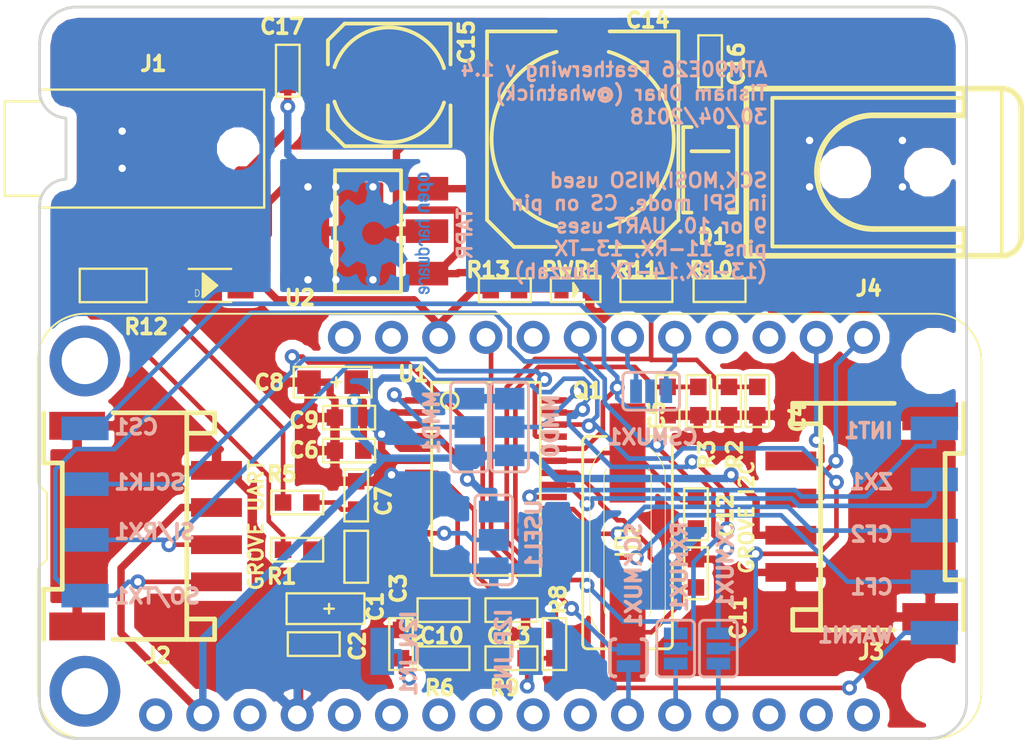
<source format=kicad_pcb>
(kicad_pcb (version 20171130) (host pcbnew "(2018-02-15 revision 29b28de31)-makepkg")
  (layers (0 Top signal) (31 Bottom signal) (34 B.Paste user hide) (35 F.Paste user hide) (36 B.SilkS user) (37 F.SilkS user) (38 B.Mask user hide) (39 F.Mask user hide) (44 Edge.Cuts user))
  (net 0 "")
  (net 1 GND)
  (net 2 +3V3)
  (net 3 "Net-(C1-Pad+)")
  (net 4 /I1P)
  (net 5 /VP)
  (net 6 /VN)
  (net 7 /I1N)
  (net 8 /I2N)
  (net 9 /CLKIN)
  (net 10 /CLKOUT)
  (net 11 /I2P)
  (net 12 "Net-(CF1-Pad1)")
  (net 13 "Net-(CF2-Pad1)")
  (net 14 /CS)
  (net 15 /CS_10)
  (net 16 /CS_9)
  (net 17 /USB)
  (net 18 /I2N_IN)
  (net 19 /I2P_IN)
  (net 20 /I1P_IN)
  (net 21 "Net-(J1-PadR)")
  (net 22 "Net-(J1-PadRS)")
  (net 23 "Net-(J1-PadCOM2)")
  (net 24 /I1N_IN)
  (net 25 "Net-(J1-PadLS)")
  (net 26 /SI/RX)
  (net 27 /SO/TX)
  (net 28 /SDA)
  (net 29 /SCL)
  (net 30 "Net-(J4-PadP3)")
  (net 31 "Net-(MMD0-Pad2)")
  (net 32 "Net-(MMD1-Pad2)")
  (net 33 "Net-(MS1-Pad1)")
  (net 34 "Net-(MS1-Pad3)")
  (net 35 "Net-(MS1-Pad16)")
  (net 36 "Net-(MS1-Pad15)")
  (net 37 "Net-(MS1-Pad14)")
  (net 38 /MISO)
  (net 39 /MOSI)
  (net 40 /SCK)
  (net 41 "Net-(MS1-Pad10)")
  (net 42 "Net-(MS1-Pad9)")
  (net 43 "Net-(MS1-Pad8)")
  (net 44 "Net-(MS1-Pad7)")
  (net 45 "Net-(MS1-Pad6)")
  (net 46 "Net-(MS1-Pad5)")
  (net 47 "Net-(MS1-Pad19)")
  (net 48 "Net-(MS1-Pad20)")
  (net 49 /ATM_TX)
  (net 50 "Net-(MS1-Pad24)")
  (net 51 /ATM_RX)
  (net 52 "Net-(MS1-Pad27)")
  (net 53 "Net-(MS1-Pad28)")
  (net 54 "Net-(R11-Pad2)")
  (net 55 /SCLK)
  (net 56 "Net-(U1-Pad12)")
  (net 57 "Net-(U1-Pad17)")
  (net 58 "Net-(U1-Pad21)")
  (net 59 "Net-(INT1-Pad1)")
  (net 60 "Net-(PWR1-Pad+)")
  (net 61 /5V_REG)
  (net 62 /AC_REC)
  (net 63 /AC_VP)
  (module ATM90E26_Featherwing:C0603 (layer Top) (at 140.597 111.608 90)
    (fp_text reference C7 (at 0.608 1.003 270) (layer F.SilkS) (effects (font (size 0.8 0.8) (thickness 0.2)) (justify right top)))
    (fp_text value 330n)
    (pad 1 smd rect (at -0.762 0 90) (size 0.889 0.889) (layers Top F.Paste F.Mask) (net 7 /I1N))
    (pad 2 smd rect (at 0.762 0 90) (size 0.889 0.889) (layers Top F.Paste F.Mask) (net 1 GND))
  )
  (module ATM90E26_Featherwing:SOD-123 (layer Top) (at 132.723 100.305)
    (fp_text reference D2 (at -0.889 0.635) (layer F.SilkS) (effects (font (size 0.36195 0.36195) (thickness 0.036195)) (justify left bottom)))
    (fp_text value 20V-1A)
    (pad - smd rect (at 1.651 0 180) (size 1.397 1.397) (layers Top F.Paste F.Mask) (net 17 /USB))
    (pad + smd rect (at -1.651 0 180) (size 1.397 1.397) (layers Top F.Paste F.Mask) (net 61 /5V_REG))
  )
  (module ATM90E26_Featherwing:C0603 (layer Top) (at 158.885 115.799 90)
    (fp_text reference C11 (at -1.101 1.815 -90) (layer F.SilkS) (effects (font (size 0.8 0.8) (thickness 0.2)) (justify right top)))
    (fp_text value 27p)
    (pad 2 smd rect (at 0.762 0 90) (size 0.889 0.889) (layers Top F.Paste F.Mask) (net 1 GND))
    (pad 1 smd rect (at -0.762 0 90) (size 0.889 0.889) (layers Top F.Paste F.Mask) (net 9 /CLKIN))
  )
  (module ATM90E26_Featherwing:C0603 (layer Top) (at 158.885 112.624 270)
    (fp_text reference C12 (at -1.224 -1.115 90) (layer F.SilkS) (effects (font (size 0.8 0.8) (thickness 0.2)) (justify right top)))
    (fp_text value 27p)
    (pad 2 smd rect (at 0.762 0 270) (size 0.889 0.889) (layers Top F.Paste F.Mask) (net 1 GND))
    (pad 1 smd rect (at -0.762 0 270) (size 0.889 0.889) (layers Top F.Paste F.Mask) (net 10 /CLKOUT))
  )
  (module ATM90E26_Featherwing:C0603 (layer Top) (at 162.187 106.528 90)
    (fp_text reference C4 (at 0.028 1.713 -90) (layer F.SilkS) (effects (font (size 0.8 0.8) (thickness 0.2)) (justify right top)))
    (fp_text value 33n)
    (pad 2 smd rect (at 0.762 0 90) (size 0.889 0.889) (layers Top F.Paste F.Mask) (net 5 /VP))
    (pad 1 smd rect (at -0.762 0 90) (size 0.889 0.889) (layers Top F.Paste F.Mask) (net 1 GND))
  )
  (module ATM90E26_Featherwing:C0603 (layer Top) (at 157.361 106.528 90)
    (fp_text reference C5 (at 0.128 -1.061 -90) (layer F.SilkS) (effects (font (size 0.8 0.8) (thickness 0.2)) (justify right top)))
    (fp_text value 33n)
    (pad 2 smd rect (at 0.762 0 90) (size 0.889 0.889) (layers Top F.Paste F.Mask) (net 6 /VN))
    (pad 1 smd rect (at -0.762 0 90) (size 0.889 0.889) (layers Top F.Paste F.Mask) (net 1 GND))
  )
  (module ATM90E26_Featherwing:C0603 (layer Top) (at 140.216 109.195)
    (fp_text reference C6 (at -1.516 -0.495 -180) (layer F.SilkS) (effects (font (size 0.8 0.8) (thickness 0.2)) (justify right top)))
    (fp_text value 100n)
    (pad 2 smd rect (at 0.762 0) (size 0.889 0.889) (layers Top F.Paste F.Mask) (net 2 +3V3))
    (pad 1 smd rect (at -0.762 0) (size 0.889 0.889) (layers Top F.Paste F.Mask) (net 1 GND))
  )
  (module ATM90E26_Featherwing:C0603 (layer Top) (at 140.216 107.417 180)
    (fp_text reference C9 (at 1.516 0.317) (layer F.SilkS) (effects (font (size 0.8 0.8) (thickness 0.2)) (justify right top)))
    (fp_text value 100n)
    (pad 2 smd rect (at 0.762 0 180) (size 0.889 0.889) (layers Top F.Paste F.Mask) (net 1 GND))
    (pad 1 smd rect (at -0.762 0 180) (size 0.889 0.889) (layers Top F.Paste F.Mask) (net 2 +3V3))
  )
  (module ATM90E26_Featherwing:C0603 (layer Top) (at 138.311 119.609)
    (fp_text reference C2 (at 1.889 -0.809 90) (layer F.SilkS) (effects (font (size 0.8 0.8) (thickness 0.2)) (justify right top)))
    (fp_text value 100n)
    (pad 2 smd rect (at 0.762 0) (size 0.889 0.889) (layers Top F.Paste F.Mask) (net 3 "Net-(C1-Pad+)"))
    (pad 1 smd rect (at -0.762 0) (size 0.889 0.889) (layers Top F.Paste F.Mask) (net 1 GND))
  )
  (module ATM90E26_Featherwing:C0603 (layer Top) (at 148.953 117.78)
    (fp_text reference C13 (at 1.147 0.92 -180) (layer F.SilkS) (effects (font (size 0.8 0.8) (thickness 0.2)) (justify right top)))
    (fp_text value 33n)
    (pad 2 smd rect (at 0.762 0) (size 0.889 0.889) (layers Top F.Paste F.Mask) (net 1 GND))
    (pad 1 smd rect (at -0.762 0) (size 0.889 0.889) (layers Top F.Paste F.Mask) (net 11 /I2P))
  )
  (module ATM90E26_Featherwing:C0603 (layer Top) (at 145.296 117.78)
    (fp_text reference C10 (at 1.204 0.92 -180) (layer F.SilkS) (effects (font (size 0.8 0.8) (thickness 0.2)) (justify right top)))
    (fp_text value 33n)
    (pad 2 smd rect (at 0.762 0) (size 0.889 0.889) (layers Top F.Paste F.Mask) (net 8 /I2N))
    (pad 1 smd rect (at -0.762 0) (size 0.889 0.889) (layers Top F.Paste F.Mask) (net 1 GND))
  )
  (module ATM90E26_Featherwing:C0603 (layer Top) (at 159.647 88.2396 270)
    (fp_text reference C16 (at -1.1396 -0.953 270) (layer F.SilkS) (effects (font (size 0.8 0.8) (thickness 0.2)) (justify right top)))
    (fp_text value 100n)
    (pad 2 smd rect (at 0.762 0 270) (size 0.889 0.889) (layers Top F.Paste F.Mask) (net 62 /AC_REC))
    (pad 1 smd rect (at -0.762 0 270) (size 0.889 0.889) (layers Top F.Paste F.Mask) (net 1 GND))
  )
  (module ATM90E26_Featherwing:C0603 (layer Top) (at 136.914 88.7476 270)
    (fp_text reference C17 (at -2.8476 -0.986 180) (layer F.SilkS) (effects (font (size 0.8 0.8) (thickness 0.2)) (justify right top)))
    (fp_text value 100n)
    (pad 2 smd rect (at 0.762 0 270) (size 0.889 0.889) (layers Top F.Paste F.Mask) (net 61 /5V_REG))
    (pad 1 smd rect (at -0.762 0 270) (size 0.889 0.889) (layers Top F.Paste F.Mask) (net 1 GND))
  )
  (module ATM90E26_Featherwing:C0603 (layer Top) (at 140.597 114.91 90)
    (fp_text reference C3 (at -0.79 1.803 -90) (layer F.SilkS) (effects (font (size 0.8 0.8) (thickness 0.2)) (justify right top)))
    (fp_text value 330n)
    (pad 2 smd rect (at 0.762 0 90) (size 0.889 0.889) (layers Top F.Paste F.Mask) (net 4 /I1P))
    (pad 1 smd rect (at -0.762 0 90) (size 0.889 0.889) (layers Top F.Paste F.Mask) (net 1 GND))
  )
  (module ATM90E26_Featherwing:SSOP-28 (layer Top) (at 147.582 110.719 270)
    (fp_text reference U1 (at -6.119 2.982) (layer F.SilkS) (effects (font (size 0.8 0.8) (thickness 0.2)) (justify right top)))
    (fp_text value ATM90E26)
    (pad 28 smd rect (at -4.225 -3.656 270) (size 0.348 1.397) (layers Top F.Paste F.Mask) (net 31 "Net-(MMD0-Pad2)"))
    (pad 27 smd rect (at -3.575 -3.656 270) (size 0.348 1.397) (layers Top F.Paste F.Mask) (net 26 /SI/RX))
    (pad 26 smd rect (at -2.925 -3.656 270) (size 0.348 1.397) (layers Top F.Paste F.Mask) (net 27 /SO/TX))
    (pad 25 smd rect (at -2.275 -3.656 270) (size 0.348 1.397) (layers Top F.Paste F.Mask) (net 55 /SCLK))
    (pad 24 smd rect (at -1.625 -3.656 270) (size 0.348 1.397) (layers Top F.Paste F.Mask) (net 14 /CS))
    (pad 23 smd rect (at -0.975 -3.656 270) (size 0.348 1.397) (layers Top F.Paste F.Mask) (net 10 /CLKOUT))
    (pad 22 smd rect (at -0.325 -3.656 270) (size 0.348 1.397) (layers Top F.Paste F.Mask) (net 9 /CLKIN))
    (pad 20 smd rect (at 0.975 -3.656 270) (size 0.348 1.397) (layers Top F.Paste F.Mask) (net 59 "Net-(INT1-Pad1)"))
    (pad 21 smd rect (at 0.325 -3.656 270) (size 0.348 1.397) (layers Top F.Paste F.Mask) (net 58 "Net-(U1-Pad21)"))
    (pad 19 smd rect (at 1.625 -3.656 270) (size 0.348 1.397) (layers Top F.Paste F.Mask) (net 13 "Net-(CF2-Pad1)"))
    (pad 18 smd rect (at 2.275 -3.656 270) (size 0.348 1.397) (layers Top F.Paste F.Mask) (net 12 "Net-(CF1-Pad1)"))
    (pad 17 smd rect (at 2.925 -3.656 270) (size 0.348 1.397) (layers Top F.Paste F.Mask) (net 57 "Net-(U1-Pad17)"))
    (pad 16 smd rect (at 3.575 -3.656 270) (size 0.348 1.397) (layers Top F.Paste F.Mask) (net 5 /VP))
    (pad 15 smd rect (at 4.225 -3.656 270) (size 0.348 1.397) (layers Top F.Paste F.Mask) (net 6 /VN))
    (pad 1 smd rect (at -4.225 3.656 270) (size 0.348 1.397) (layers Top F.Paste F.Mask) (net 32 "Net-(MMD1-Pad2)"))
    (pad 2 smd rect (at -3.575 3.656 270) (size 0.348 1.397) (layers Top F.Paste F.Mask) (net 1 GND))
    (pad 3 smd rect (at -2.925 3.656 270) (size 0.348 1.397) (layers Top F.Paste F.Mask) (net 2 +3V3))
    (pad 4 smd rect (at -2.275 3.656 270) (size 0.348 1.397) (layers Top F.Paste F.Mask) (net 2 +3V3))
    (pad 5 smd rect (at -1.625 3.656 270) (size 0.348 1.397) (layers Top F.Paste F.Mask) (net 2 +3V3))
    (pad 6 smd rect (at -0.975 3.656 270) (size 0.348 1.397) (layers Top F.Paste F.Mask) (net 1 GND))
    (pad 7 smd rect (at -0.325 3.656 270) (size 0.348 1.397) (layers Top F.Paste F.Mask) (net 11 /I2P))
    (pad 8 smd rect (at 0.325 3.656 270) (size 0.348 1.397) (layers Top F.Paste F.Mask) (net 8 /I2N))
    (pad 9 smd rect (at 0.975 3.656 270) (size 0.348 1.397) (layers Top F.Paste F.Mask) (net 1 GND))
    (pad 10 smd rect (at 1.625 3.656 270) (size 0.348 1.397) (layers Top F.Paste F.Mask) (net 7 /I1N))
    (pad 11 smd rect (at 2.275 3.656 270) (size 0.348 1.397) (layers Top F.Paste F.Mask) (net 4 /I1P))
    (pad 12 smd rect (at 2.925 3.656 270) (size 0.348 1.397) (layers Top F.Paste F.Mask) (net 56 "Net-(U1-Pad12)"))
    (pad 13 smd rect (at 3.575 3.656 270) (size 0.348 1.397) (layers Top F.Paste F.Mask) (net 3 "Net-(C1-Pad+)"))
    (pad 14 smd rect (at 4.225 3.656 270) (size 0.348 1.397) (layers Top F.Paste F.Mask) (net 1 GND))
  )
  (module ATM90E26_Featherwing:SOT-223 (layer Top) (at 141.232 97.3836 90)
    (fp_text reference U2 (at -3.1164 -2.732) (layer F.SilkS) (effects (font (size 0.8 0.8) (thickness 0.2)) (justify right top)))
    (fp_text value CJT1117-5.0-SOT223)
    (pad 1 smd rect (at -2.286 3.175 90) (size 1.27 2.286) (layers Top F.Paste F.Mask) (net 1 GND))
    (pad 2 smd rect (at 0 3.175 90) (size 1.27 2.286) (layers Top F.Paste F.Mask) (net 61 /5V_REG))
    (pad 3 smd rect (at 2.286 3.175 90) (size 1.27 2.286) (layers Top F.Paste F.Mask) (net 62 /AC_REC))
    (pad TER smd rect (at 0 -3.175 90) (size 3.556 2.159) (layers Top F.Paste F.Mask) (net 61 /5V_REG))
  )
  (module ATM90E26_Featherwing:SMD1,27-2,54 (layer Bottom) (at 171.712 113.5 270)
    (fp_text reference CF2 (at 0.6684 2.111524) (layer B.SilkS) (effects (font (size 0.8 0.8) (thickness 0.2)) (justify left bottom mirror)))
    (fp_text value WIREPADSMD1,27-254 hide)
    (pad 1 smd rect (at 0 0 270) (size 1.27 2.54) (layers Bottom B.Paste B.Mask) (net 13 "Net-(CF2-Pad1)"))
  )
  (module ATM90E26_Featherwing:SMD1,27-2,54 (layer Bottom) (at 171.712 110.75 90)
    (fp_text reference ZX1 (at -0.6 -2.111524 180) (layer B.SilkS) (effects (font (size 0.8 0.8) (thickness 0.2)) (justify left bottom mirror)))
    (fp_text value WIREPADSMD1,27-254)
    (pad 1 smd rect (at 0 0 90) (size 1.27 2.54) (layers Bottom B.Paste B.Mask) (net 58 "Net-(U1-Pad21)"))
  )
  (module ATM90E26_Featherwing:SMD1,27-2,54 (layer Bottom) (at 171.712 119 90)
    (fp_text reference WARN1 (at -0.6 -2.111524 180) (layer B.SilkS) (effects (font (size 0.8 0.8) (thickness 0.2)) (justify left bottom mirror)))
    (fp_text value WIREPADSMD1,27-254 hide)
    (pad 1 smd rect (at 0 0 90) (size 1.27 2.54) (layers Bottom B.Paste B.Mask) (net 57 "Net-(U1-Pad17)"))
  )
  (module ATM90E26_Featherwing:SMD1,27-2,54 (layer Bottom) (at 126 108 90)
    (fp_text reference CS1 (at -0.4 4.052381 180) (layer B.SilkS) (effects (font (size 0.8 0.8) (thickness 0.2)) (justify left bottom mirror)))
    (fp_text value WIREPADSMD1,27-254)
    (pad 1 smd rect (at 0 0 90) (size 1.27 2.54) (layers Bottom B.Paste B.Mask) (net 14 /CS))
  )
  (module ATM90E26_Featherwing:SMD1,27-2,54 (layer Bottom) (at 126 117 90)
    (fp_text reference SO/TX1 (at -0.5 6.3 180) (layer B.SilkS) (effects (font (size 0.8 0.8) (thickness 0.2)) (justify left bottom mirror)))
    (fp_text value WIREPADSMD1,27-254)
    (pad 1 smd rect (at 0 0 90) (size 1.27 2.54) (layers Bottom B.Paste B.Mask) (net 27 /SO/TX))
  )
  (module ATM90E26_Featherwing:SMD1,27-2,54 (layer Bottom) (at 126 114 90)
    (fp_text reference SI/RX1 (at -0.033334 6.033333 180) (layer B.SilkS) (effects (font (size 0.8 0.8) (thickness 0.2)) (justify left bottom mirror)))
    (fp_text value WIREPADSMD1,27-254)
    (pad 1 smd rect (at 0 0 90) (size 1.27 2.54) (layers Bottom B.Paste B.Mask) (net 26 /SI/RX))
  )
  (module ATM90E26_Featherwing:SMD1,27-2,54 (layer Bottom) (at 126 111 90)
    (fp_text reference SCLK1 (at -0.366668 5.5 180) (layer B.SilkS) (effects (font (size 0.8 0.8) (thickness 0.2)) (justify left bottom mirror)))
    (fp_text value WIREPADSMD1,27-254)
    (pad 1 smd rect (at 0 0 90) (size 1.27 2.54) (layers Bottom B.Paste B.Mask) (net 55 /SCLK))
  )
  (module ATM90E26_Featherwing:SMD1,27-2,54 (layer Bottom) (at 142 120)
    (fp_text reference I2N_IN1 (at 1.9 -2.3 90) (layer B.SilkS) (effects (font (size 0.8 0.8) (thickness 0.2)) (justify left bottom mirror)))
    (fp_text value WIREPADSMD1,27-254)
    (pad 1 smd rect (at 0 0) (size 1.27 2.54) (layers Bottom B.Paste B.Mask) (net 18 /I2N_IN))
  )
  (module ATM90E26_Featherwing:SMD1,27-2,54 (layer Bottom) (at 171.712 108 90)
    (fp_text reference INT1 (at -0.6 -2.111524 180) (layer B.SilkS) (effects (font (size 0.8 0.8) (thickness 0.2)) (justify left bottom mirror)))
    (fp_text value WIREPADSMD1,27-254)
    (pad 1 smd rect (at 0 0 90) (size 1.27 2.54) (layers Bottom B.Paste B.Mask) (net 59 "Net-(INT1-Pad1)"))
  )
  (module ATM90E26_Featherwing:SMD1,27-2,54 (layer Bottom) (at 150 120)
    (fp_text reference I2P_IN1 (at -1 -2.4 90) (layer B.SilkS) (effects (font (size 0.8 0.8) (thickness 0.2)) (justify left bottom mirror)))
    (fp_text value WIREPADSMD1,27-254)
    (pad 1 smd rect (at 0 0) (size 1.27 2.54) (layers Bottom B.Paste B.Mask) (net 19 /I2P_IN))
  )
  (module ATM90E26_Featherwing:SMD1,27-2,54 (layer Bottom) (at 171.712 116.25 270)
    (fp_text reference CF1 (at 0.7634 2.111524) (layer B.SilkS) (effects (font (size 0.8 0.8) (thickness 0.2)) (justify left bottom mirror)))
    (fp_text value WIREPADSMD1,27-254 hide)
    (pad 1 smd rect (at 0 0 270) (size 1.27 2.54) (layers Bottom B.Paste B.Mask) (net 12 "Net-(CF1-Pad1)"))
  )
  (module ATM90E26_Featherwing:SMA-DIODE (layer Top) (at 159.647 94.0816 90)
    (fp_text reference D1 (at -3.1184 1.053) (layer F.SilkS) (effects (font (size 0.8 0.8) (thickness 0.2)) (justify right top)))
    (fp_text value MBRA140)
    (pad A smd rect (at -2.15 0 270) (size 1.27 1.47) (layers Top F.Paste F.Mask) (net 63 /AC_VP))
    (pad C smd rect (at 2.15 0 90) (size 1.27 1.47) (layers Top F.Paste F.Mask) (net 62 /AC_REC))
  )
  (module ATM90E26_Featherwing:R0603 (layer Top) (at 143.01 119.609)
    (fp_text reference R7 (at 0.29 -1.509 -90) (layer F.SilkS) (effects (font (size 0.8 0.8) (thickness 0.2)) (justify right top)))
    (fp_text value 2.4R)
    (pad 1 smd rect (at 0 -0.762 270) (size 0.889 0.889) (layers Top F.Paste F.Mask) (net 1 GND))
    (pad 2 smd rect (at 0 0.762 270) (size 0.889 0.889) (layers Top F.Paste F.Mask) (net 18 /I2N_IN))
  )
  (module ATM90E26_Featherwing:R0603 (layer Top) (at 145.296 120.371 270)
    (fp_text reference R6 (at 1.129 -0.704 180) (layer F.SilkS) (effects (font (size 0.8 0.8) (thickness 0.2)) (justify right top)))
    (fp_text value 1K)
    (pad 2 smd rect (at 0 0.762 180) (size 0.889 0.889) (layers Top F.Paste F.Mask) (net 18 /I2N_IN))
    (pad 1 smd rect (at 0 -0.762 180) (size 0.889 0.889) (layers Top F.Paste F.Mask) (net 8 /I2N))
  )
  (module ATM90E26_Featherwing:R0603 (layer Top) (at 137.422 114.529 270)
    (fp_text reference R1 (at 0.971 -0.078 180) (layer F.SilkS) (effects (font (size 0.8 0.8) (thickness 0.2)) (justify right top)))
    (fp_text value 100R)
    (pad 1 smd rect (at 0 -0.762 180) (size 0.889 0.889) (layers Top F.Paste F.Mask) (net 4 /I1P))
    (pad 2 smd rect (at 0 0.762 180) (size 0.889 0.889) (layers Top F.Paste F.Mask) (net 20 /I1P_IN))
  )
  (module ATM90E26_Featherwing:R0603 (layer Top) (at 160.663 106.528 180)
    (fp_text reference R2 (at 0.163 -1.972 90) (layer F.SilkS) (effects (font (size 0.8 0.8) (thickness 0.2)) (justify right top)))
    (fp_text value 1K)
    (pad 2 smd rect (at 0 0.762 90) (size 0.889 0.889) (layers Top F.Paste F.Mask) (net 5 /VP))
    (pad 1 smd rect (at 0 -0.762 90) (size 0.889 0.889) (layers Top F.Paste F.Mask) (net 1 GND))
  )
  (module ATM90E26_Featherwing:R0603 (layer Top) (at 159.012 106.528 180)
    (fp_text reference R3 (at 0.012 -1.972 90) (layer F.SilkS) (effects (font (size 0.8 0.8) (thickness 0.2)) (justify right top)))
    (fp_text value 1K)
    (pad 1 smd rect (at 0 -0.762 90) (size 0.889 0.889) (layers Top F.Paste F.Mask) (net 1 GND))
    (pad 2 smd rect (at 0 0.762 90) (size 0.889 0.889) (layers Top F.Paste F.Mask) (net 6 /VN))
  )
  (module ATM90E26_Featherwing:R0603 (layer Top) (at 137.422 111.989 270)
    (fp_text reference R5 (at -1.989 -0.078 180) (layer F.SilkS) (effects (font (size 0.8 0.8) (thickness 0.2)) (justify right top)))
    (fp_text value 100R)
    (pad 2 smd rect (at 0 0.762 180) (size 0.889 0.889) (layers Top F.Paste F.Mask) (net 24 /I1N_IN))
    (pad 1 smd rect (at 0 -0.762 180) (size 0.889 0.889) (layers Top F.Paste F.Mask) (net 7 /I1N))
  )
  (module ATM90E26_Featherwing:R0603 (layer Top) (at 151.265 119.609 180)
    (fp_text reference R8 (at 0.265 3.309 90) (layer F.SilkS) (effects (font (size 0.8 0.8) (thickness 0.2)) (justify right top)))
    (fp_text value 2.4R)
    (pad 1 smd rect (at 0 -0.762 90) (size 0.889 0.889) (layers Top F.Paste F.Mask) (net 19 /I2P_IN))
    (pad 2 smd rect (at 0 0.762 90) (size 0.889 0.889) (layers Top F.Paste F.Mask) (net 1 GND))
  )
  (module ATM90E26_Featherwing:R0603 (layer Top) (at 148.953 120.371 90)
    (fp_text reference R9 (at -1.129 0.547) (layer F.SilkS) (effects (font (size 0.8 0.8) (thickness 0.2)) (justify right top)))
    (fp_text value 1K)
    (pad 2 smd rect (at 0 0.762) (size 0.889 0.889) (layers Top F.Paste F.Mask) (net 19 /I2P_IN))
    (pad 1 smd rect (at 0 -0.762) (size 0.889 0.889) (layers Top F.Paste F.Mask) (net 11 /I2P))
  )
  (module ATM90E26_Featherwing:R0603 (layer Top) (at 160.155 100.559 270)
    (fp_text reference R10 (at -1.5586 -0.845476 180) (layer F.SilkS) (effects (font (size 0.8 0.8) (thickness 0.2)) (justify right top)))
    (fp_text value 100K)
    (pad 1 smd rect (at 0 -0.762 180) (size 0.889 0.889) (layers Top F.Paste F.Mask) (net 63 /AC_VP))
    (pad 2 smd rect (at 0 0.762 180) (size 0.889 0.889) (layers Top F.Paste F.Mask) (net 5 /VP))
  )
  (module ATM90E26_Featherwing:R0603 (layer Top) (at 156.218 100.559 270)
    (fp_text reference R11 (at -1.5586 -0.782476 180) (layer F.SilkS) (effects (font (size 0.8 0.8) (thickness 0.2)) (justify right top)))
    (fp_text value INF)
    (pad 2 smd rect (at 0 0.762 180) (size 0.889 0.889) (layers Top F.Paste F.Mask) (net 54 "Net-(R11-Pad2)"))
    (pad 1 smd rect (at 0 -0.762 180) (size 0.889 0.889) (layers Top F.Paste F.Mask) (net 5 /VP))
  )
  (module ATM90E26_Featherwing:R0603 (layer Top) (at 148.598 100.559 90)
    (fp_text reference R13 (at 1.5586 0.402476) (layer F.SilkS) (effects (font (size 0.8 0.8) (thickness 0.2)) (justify right top)))
    (fp_text value 1K)
    (pad 1 smd rect (at 0 -0.762) (size 0.889 0.889) (layers Top F.Paste F.Mask) (net 17 /USB))
    (pad 2 smd rect (at 0 0.762) (size 0.889 0.889) (layers Top F.Paste F.Mask) (net 60 "Net-(PWR1-Pad+)"))
  )
  (module ATM90E26_Featherwing:PAD-JUMPER-3-NO_YES_SILK_FULL_BOX (layer Bottom) (at 148 114 90)
    (fp_text reference USEL1 (at -1.7 1.7 270) (layer B.SilkS) (effects (font (size 0.8 0.8) (thickness 0.2)) (justify right top mirror)))
    (fp_text value JUMPER-PAD-3-NOFULL_BOX_SILK)
    (pad 1 smd rect (at -1.524 0 90) (size 1.1684 1.6002) (layers Bottom B.Paste B.Mask) (net 1 GND))
    (pad 2 smd rect (at 0 0 90) (size 1.1684 1.6002) (layers Bottom B.Paste B.Mask) (net 56 "Net-(U1-Pad12)"))
    (pad 3 smd rect (at 1.524 0 90) (size 1.1684 1.6002) (layers Bottom B.Paste B.Mask) (net 2 +3V3))
  )
  (module ATM90E26_Featherwing:PAD-JUMPER-3-NO_YES_SILK_FULL_BOX (layer Bottom) (at 148.852 107.925 270)
    (fp_text reference MMD0 (at 1.775 -1.748 90) (layer B.SilkS) (effects (font (size 0.8 0.8) (thickness 0.2)) (justify right top mirror)))
    (fp_text value JUMPER-PAD-3-NOFULL_BOX_SILK)
    (pad 3 smd rect (at 1.524 0 270) (size 1.1684 1.6002) (layers Bottom B.Paste B.Mask) (net 2 +3V3))
    (pad 2 smd rect (at 0 0 270) (size 1.1684 1.6002) (layers Bottom B.Paste B.Mask) (net 31 "Net-(MMD0-Pad2)"))
    (pad 1 smd rect (at -1.524 0 270) (size 1.1684 1.6002) (layers Bottom B.Paste B.Mask) (net 1 GND))
  )
  (module ATM90E26_Featherwing:PAD-JUMPER-3-NO_YES_SILK_FULL_BOX (layer Bottom) (at 146.693 107.925 90)
    (fp_text reference MMD1 (at -1.575 -2.493 270) (layer B.SilkS) (effects (font (size 0.8 0.8) (thickness 0.2)) (justify right top mirror)))
    (fp_text value JUMPER-PAD-3-NOFULL_BOX_SILK)
    (pad 1 smd rect (at -1.524 0 90) (size 1.1684 1.6002) (layers Bottom B.Paste B.Mask) (net 2 +3V3))
    (pad 2 smd rect (at 0 0 90) (size 1.1684 1.6002) (layers Bottom B.Paste B.Mask) (net 32 "Net-(MMD1-Pad2)"))
    (pad 3 smd rect (at 1.524 0 90) (size 1.1684 1.6002) (layers Bottom B.Paste B.Mask) (net 1 GND))
  )
  (module ATM90E26_Featherwing:PAD-JUMPER-3-NO_YES_SILK (layer Bottom) (at 156.472 106 180)
    (fp_text reference CSMUX1 (at 2.471524 -2) (layer B.SilkS) (effects (font (size 0.8 0.8) (thickness 0.2)) (justify right top mirror)))
    (fp_text value JUMPER-PAD-3-NOYES_SILK)
    (pad 1 smd rect (at -0.8128 0 180) (size 0.635 1.27) (layers Bottom B.Paste B.Mask) (net 16 /CS_9))
    (pad 2 smd rect (at 0 0 180) (size 0.635 1.27) (layers Bottom B.Paste B.Mask) (net 14 /CS))
    (pad 3 smd rect (at 0.8128 0 180) (size 0.635 1.27) (layers Bottom B.Paste B.Mask) (net 15 /CS_10))
  )
  (module ATM90E26_Featherwing:LED-0603 (layer Top) (at 152.408 100.559)
    (fp_text reference PWR1 (at 1.592476 -1.5586) (layer F.SilkS) (effects (font (size 0.8 0.8) (thickness 0.2)) (justify right top)))
    (fp_text value GREEN)
    (pad + smd rect (at -0.762 0) (size 0.762 0.889) (layers Top F.Paste F.Mask) (net 60 "Net-(PWR1-Pad+)"))
    (pad - smd rect (at 0.762 0) (size 0.762 0.889) (layers Top F.Paste F.Mask) (net 1 GND))
  )
  (module ATM90E26_Featherwing:HW4-SMD-2.0-90D (layer Top) (at 164.092 112.751 270)
    (fp_text reference J3 (at 7.749 -3.408) (layer F.SilkS) (effects (font (size 0.8 0.8) (thickness 0.2)) (justify left bottom)))
    (fp_text value 4P-SMD-2.0-90D)
    (pad 1 smd rect (at -3 0.1) (size 2.74 1.01) (layers Top F.Paste F.Mask) (net 29 /SCL))
    (pad 2 smd rect (at -1 0.1) (size 2.74 1.01) (layers Top F.Paste F.Mask) (net 28 /SDA))
    (pad 3 smd rect (at 1 0.1) (size 2.74 1.01) (layers Top F.Paste F.Mask) (net 2 +3V3))
    (pad 4 smd rect (at 3 0.1) (size 2.74 1.01) (layers Top F.Paste F.Mask) (net 1 GND))
    (pad SS1 smd rect (at -5.4 -7.4) (size 3 1.5) (layers Top F.Paste F.Mask) (net 1 GND))
    (pad SS2 smd rect (at 5.4 -7.4) (size 3 1.5) (layers Top F.Paste F.Mask) (net 1 GND))
  )
  (module ATM90E26_Featherwing:HW4-SMD-2.0-90D (layer Top) (at 132.977 113.259 90)
    (fp_text reference J2 (at -7.441 -3.877 -180) (layer F.SilkS) (effects (font (size 0.8 0.8) (thickness 0.2)) (justify left bottom)))
    (fp_text value 4P-SMD-2.0-90D)
    (pad SS2 smd rect (at 5.4 -7.4 180) (size 3 1.5) (layers Top F.Paste F.Mask) (net 1 GND))
    (pad SS1 smd rect (at -5.4 -7.4 180) (size 3 1.5) (layers Top F.Paste F.Mask) (net 1 GND))
    (pad 4 smd rect (at 3 0.1 180) (size 2.74 1.01) (layers Top F.Paste F.Mask) (net 1 GND))
    (pad 3 smd rect (at 1 0.1 180) (size 2.74 1.01) (layers Top F.Paste F.Mask) (net 2 +3V3))
    (pad 2 smd rect (at -1 0.1 180) (size 2.74 1.01) (layers Top F.Paste F.Mask) (net 26 /SI/RX))
    (pad 1 smd rect (at -3 0.1 180) (size 2.74 1.01) (layers Top F.Paste F.Mask) (net 27 /SO/TX))
  )
  (module ATM90E26_Featherwing:HC49UP (layer Top) (at 155.202 114.148 90)
    (fp_text reference Q1 (at 8.648 -1.202) (layer F.SilkS) (effects (font (size 0.8 0.8) (thickness 0.2)) (justify right top)))
    (fp_text value 8.192MHz)
    (pad 1 smd rect (at -4.826 0 90) (size 5.334 1.9304) (layers Top F.Paste F.Mask) (net 9 /CLKIN))
    (pad 2 smd rect (at 4.826 0 90) (size 5.334 1.9304) (layers Top F.Paste F.Mask) (net 10 /CLKOUT))
  )
  (module ATM90E26_Featherwing:FEATHERWING_DIM (layer Top) (at 123.452 124.689)
    (fp_text reference MS1 hide)
    (fp_text value FEATHERWING_NODIM hide)
    (pad "" np_thru_hole circle (at 48.26 -20.32) (size 2.54 2.54) (drill 2.54) (layers *.Cu))
    (pad "" np_thru_hole circle (at 48.26 -2.54) (size 2.54 2.54) (drill 2.54) (layers *.Cu))
    (pad P$1 thru_hole circle (at 2.54 -20.32) (size 3.81 3.81) (drill 2.5) (layers *.Cu *.Mask))
    (pad P$2 thru_hole circle (at 2.54 -2.54) (size 3.81 3.81) (drill 2.5) (layers *.Cu *.Mask))
    (pad 28 thru_hole circle (at 16.51 -21.59) (size 1.778 1.778) (drill 1) (layers *.Cu *.Mask) (net 53 "Net-(MS1-Pad28)"))
    (pad 27 thru_hole circle (at 19.05 -21.59) (size 1.778 1.778) (drill 1) (layers *.Cu *.Mask) (net 52 "Net-(MS1-Pad27)"))
    (pad 26 thru_hole circle (at 21.59 -21.59) (size 1.778 1.778) (drill 1) (layers *.Cu *.Mask) (net 17 /USB))
    (pad 25 thru_hole circle (at 24.13 -21.59) (size 1.778 1.778) (drill 1) (layers *.Cu *.Mask) (net 51 /ATM_RX))
    (pad 24 thru_hole circle (at 26.67 -21.59) (size 1.778 1.778) (drill 1) (layers *.Cu *.Mask) (net 50 "Net-(MS1-Pad24)"))
    (pad 23 thru_hole circle (at 29.21 -21.59) (size 1.778 1.778) (drill 1) (layers *.Cu *.Mask) (net 49 /ATM_TX))
    (pad 22 thru_hole circle (at 31.75 -21.59) (size 1.778 1.778) (drill 1) (layers *.Cu *.Mask) (net 15 /CS_10))
    (pad 21 thru_hole circle (at 34.29 -21.59) (size 1.778 1.778) (drill 1) (layers *.Cu *.Mask) (net 16 /CS_9))
    (pad 20 thru_hole circle (at 36.83 -21.59) (size 1.778 1.778) (drill 1) (layers *.Cu *.Mask) (net 48 "Net-(MS1-Pad20)"))
    (pad 19 thru_hole circle (at 39.37 -21.59) (size 1.778 1.778) (drill 1) (layers *.Cu *.Mask) (net 47 "Net-(MS1-Pad19)"))
    (pad 18 thru_hole circle (at 41.91 -21.59) (size 1.778 1.778) (drill 1) (layers *.Cu *.Mask) (net 29 /SCL))
    (pad 17 thru_hole circle (at 44.45 -21.59) (size 1.778 1.778) (drill 1) (layers *.Cu *.Mask) (net 28 /SDA))
    (pad 5 thru_hole circle (at 16.51 -1.27) (size 1.778 1.778) (drill 1) (layers *.Cu *.Mask) (net 46 "Net-(MS1-Pad5)"))
    (pad 6 thru_hole circle (at 19.05 -1.27) (size 1.778 1.778) (drill 1) (layers *.Cu *.Mask) (net 45 "Net-(MS1-Pad6)"))
    (pad 7 thru_hole circle (at 21.59 -1.27) (size 1.778 1.778) (drill 1) (layers *.Cu *.Mask) (net 44 "Net-(MS1-Pad7)"))
    (pad 8 thru_hole circle (at 24.13 -1.27) (size 1.778 1.778) (drill 1) (layers *.Cu *.Mask) (net 43 "Net-(MS1-Pad8)"))
    (pad 9 thru_hole circle (at 26.67 -1.27) (size 1.778 1.778) (drill 1) (layers *.Cu *.Mask) (net 42 "Net-(MS1-Pad9)"))
    (pad 10 thru_hole circle (at 29.21 -1.27) (size 1.778 1.778) (drill 1) (layers *.Cu *.Mask) (net 41 "Net-(MS1-Pad10)"))
    (pad 11 thru_hole circle (at 31.75 -1.27) (size 1.778 1.778) (drill 1) (layers *.Cu *.Mask) (net 40 /SCK))
    (pad 12 thru_hole circle (at 34.29 -1.27) (size 1.778 1.778) (drill 1) (layers *.Cu *.Mask) (net 39 /MOSI))
    (pad 13 thru_hole circle (at 36.83 -1.27) (size 1.778 1.778) (drill 1) (layers *.Cu *.Mask) (net 38 /MISO))
    (pad 14 thru_hole circle (at 39.37 -1.27) (size 1.778 1.778) (drill 1) (layers *.Cu *.Mask) (net 37 "Net-(MS1-Pad14)"))
    (pad 15 thru_hole circle (at 41.91 -1.27) (size 1.778 1.778) (drill 1) (layers *.Cu *.Mask) (net 36 "Net-(MS1-Pad15)"))
    (pad 16 thru_hole circle (at 44.45 -1.27) (size 1.778 1.778) (drill 1) (layers *.Cu *.Mask) (net 35 "Net-(MS1-Pad16)"))
    (pad 4 thru_hole circle (at 13.97 -1.27) (size 1.778 1.778) (drill 1) (layers *.Cu *.Mask) (net 1 GND))
    (pad 3 thru_hole circle (at 11.43 -1.27) (size 1.778 1.778) (drill 1) (layers *.Cu *.Mask) (net 34 "Net-(MS1-Pad3)"))
    (pad 2 thru_hole circle (at 8.89 -1.27) (size 1.778 1.778) (drill 1) (layers *.Cu *.Mask) (net 2 +3V3))
    (pad 1 thru_hole circle (at 6.35 -1.27) (size 1.778 1.778) (drill 1) (layers *.Cu *.Mask) (net 33 "Net-(MS1-Pad1)"))
  )
  (module ATM90E26_Featherwing:DC_BARREL_JACK_SMD_2MM (layer Top) (at 169.172 94.2086 90)
    (fp_text reference J4 (at -5.7914 -0.171524) (layer F.SilkS) (effects (font (size 0.8 0.8) (thickness 0.2)) (justify right top)))
    (fp_text value "12V AC")
    (pad P1@1 smd rect (at -5.7 -3.875 90) (size 2.4 2.8) (layers Top F.Paste F.Mask))
    (pad P3 smd rect (at 5.7 -3.875 90) (size 2.4 2.8) (layers Top F.Paste F.Mask) (net 30 "Net-(J4-PadP3)"))
    (pad P2 smd rect (at 5.7 2.225 90) (size 2.4 2.8) (layers Top F.Paste F.Mask) (net 1 GND))
    (pad P1@2 smd rect (at -5.7 2.225 90) (size 2.4 2.8) (layers Top F.Paste F.Mask) (net 63 /AC_VP))
    (pad "" np_thru_hole circle (at 0 -2.275 90) (size 1.8 1.8) (drill 1.8) (layers *.Cu))
    (pad "" np_thru_hole circle (at 0 2.225 90) (size 1.6 1.6) (drill 1.6) (layers *.Cu))
  )
  (module ATM90E26_Featherwing:AVX-A (layer Top) (at 138.946 117.704 180)
    (fp_text reference C1 (at -3.154 -0.796 90) (layer F.SilkS) (effects (font (size 0.8 0.8) (thickness 0.2)) (justify left bottom)))
    (fp_text value 10uf)
    (pad + smd rect (at -1.27 0 180) (size 1.27 1.27) (layers Top F.Paste F.Mask) (net 3 "Net-(C1-Pad+)"))
    (pad - smd rect (at 1.27 0) (size 1.27 1.27) (layers Top F.Paste F.Mask) (net 1 GND))
  )
  (module ATM90E26_Featherwing:AVX-A (layer Top) (at 139.327 105.512 180)
    (fp_text reference C8 (at 4.327 -0.488) (layer F.SilkS) (effects (font (size 0.8 0.8) (thickness 0.2)) (justify left bottom)))
    (fp_text value 10uf)
    (pad - smd rect (at 1.27 0) (size 1.27 1.27) (layers Top F.Paste F.Mask) (net 1 GND))
    (pad + smd rect (at -1.27 0 180) (size 1.27 1.27) (layers Top F.Paste F.Mask) (net 2 +3V3))
  )
  (module ATM90E26_Featherwing:AUDIO6P-SMD-3.5-14.0X6.4X5.0MM (layer Top) (at 121.674 92.9386 180)
    (fp_text reference J1 (at -8.826 5.0386 180) (layer F.SilkS) (effects (font (size 0.8 0.8) (thickness 0.2)) (justify right top)))
    (fp_text value ST-PJ-312)
    (pad LS smd rect (at -13.335 3.429 270) (size 3.302 1.27) (layers Top F.Paste F.Mask) (net 25 "Net-(J1-PadLS)"))
    (pad L smd rect (at -11.303 3.937 270) (size 2.286 1.27) (layers Top F.Paste F.Mask) (net 24 /I1N_IN))
    (pad COM2 smd rect (at -4.699 3.683 270) (size 2.794 1.27) (layers Top F.Paste F.Mask) (net 23 "Net-(J1-PadCOM2)"))
    (pad RS smd rect (at -12.319 -3.937 270) (size 2.286 1.27) (layers Top F.Paste F.Mask) (net 22 "Net-(J1-PadRS)"))
    (pad R smd rect (at -7.62 -3.937 270) (size 2.286 1.27) (layers Top F.Paste F.Mask) (net 21 "Net-(J1-PadR)"))
    (pad COM1 smd rect (at -4.572 -3.937 270) (size 2.286 1.27) (layers Top F.Paste F.Mask) (net 20 /I1P_IN))
    (pad "" np_thru_hole circle (at -12.573 0 180) (size 1.27 1.27) (drill 1.27) (layers *.Cu))
  )
  (module ATM90E26_Featherwing:153CLV-0605 (layer Top) (at 142.375 89.5096 180)
    (fp_text reference C15 (at -4.625 1.0096 90) (layer F.SilkS) (effects (font (size 0.8 0.8) (thickness 0.2)) (justify left bottom)))
    (fp_text value 100uF)
    (pad + smd rect (at 2.7 0 180) (size 3.5 1.6) (layers Top F.Paste F.Mask) (net 61 /5V_REG))
    (pad - smd rect (at -2.7 0 180) (size 3.5 1.6) (layers Top F.Paste F.Mask) (net 1 GND))
  )
  (module ATM90E26_Featherwing:140CLH-1010 (layer Top) (at 152.789 92.4306 270)
    (fp_text reference C14 (at -5.9306 -2.211) (layer F.SilkS) (effects (font (size 0.8 0.8) (thickness 0.2)) (justify left bottom)))
    (fp_text value 220uF)
    (pad + smd rect (at 4.15 0 270) (size 4.3 2.5) (layers Top F.Paste F.Mask) (net 62 /AC_REC))
    (pad - smd rect (at -4.15 0 270) (size 4.3 2.5) (layers Top F.Paste F.Mask) (net 1 GND))
  )
  (module ATM90E26_Featherwing:0805 (layer Top) (at 127.516 100.305)
    (fp_text reference R12 (at 0.484 2.695 180) (layer F.SilkS) (effects (font (size 0.8 0.8) (thickness 0.2)) (justify left bottom)))
    (fp_text value 12R)
    (pad 1 smd rect (at -0.95 0) (size 1.3 1.5) (layers Top F.Paste F.Mask) (net 20 /I1P_IN))
    (pad 2 smd rect (at 0.95 0) (size 1.3 1.5) (layers Top F.Paste F.Mask) (net 24 /I1N_IN))
  )
  (module ATM90E26_Featherwing:PAD-JUMPER-3-NO_YES_SILK (layer Bottom) (at 160.091 119.85 90)
    (fp_text reference TXMUX1 (at 2.040376 -0.091024 270) (layer B.SilkS) (effects (font (size 0.8 0.8) (thickness 0.2)) (justify right top mirror)))
    (fp_text value JUMPER-PAD-3-NOYES_SILK hide)
    (pad 1 smd rect (at -0.8128 0 90) (size 0.635 1.27) (layers Bottom B.Paste B.Mask) (net 38 /MISO))
    (pad 2 smd rect (at 0 0 90) (size 0.635 1.27) (layers Bottom B.Paste B.Mask) (net 27 /SO/TX))
    (pad 3 smd rect (at 0.8128 0 90) (size 0.635 1.27) (layers Bottom B.Paste B.Mask) (net 49 /ATM_TX))
  )
  (module ATM90E26_Featherwing:PAD-JUMPER-3-NO_YES_SILK (layer Bottom) (at 157.792 119.85 90)
    (fp_text reference RXMUX1 (at 1.8499 -0.25562 270) (layer B.SilkS) (effects (font (size 0.8 0.8) (thickness 0.2)) (justify right top mirror)))
    (fp_text value JUMPER-PAD-3-NOYES_SILK hide)
    (pad 3 smd rect (at 0.8128 0 90) (size 0.635 1.27) (layers Bottom B.Paste B.Mask) (net 51 /ATM_RX))
    (pad 2 smd rect (at 0 0 90) (size 0.635 1.27) (layers Bottom B.Paste B.Mask) (net 26 /SI/RX))
    (pad 1 smd rect (at -0.8128 0 90) (size 0.635 1.27) (layers Bottom B.Paste B.Mask) (net 39 /MOSI))
  )
  (module ATM90E26_Featherwing:PAD-JUMPER-2-NO_YES_SILK (layer Bottom) (at 155.252 120.344 90)
    (fp_text reference SCKMUX1 (at 7.381995 0.747676 90) (layer B.SilkS) (effects (font (size 0.8 0.8) (thickness 0.2)) (justify left bottom mirror)))
    (fp_text value JUMPER-PAD-2-NOYES_SILK hide)
    (pad 1 smd rect (at -0.45 0 90) (size 0.635 1.27) (layers Bottom B.Paste B.Mask) (net 40 /SCK))
    (pad 2 smd rect (at 0.45 0 90) (size 0.635 1.27) (layers Bottom B.Paste B.Mask) (net 55 /SCLK))
  )
  (module Symbols:OSHW-Logo2_7.3x6mm_Copper (layer Bottom) (at 142 97.5 270)
    (fp_text reference LOGO1 hide)
    (fp_text value OSHW-LOGOM hide)
    (fp_poly (pts (xy 0.10391 2.757652) (xy 0.182454 2.757222) (xy 0.239298 2.756058) (xy 0.278105 2.753793) (xy 0.302538 2.75006) (xy 0.316262 2.744494) (xy 0.32294 2.736727) (xy 0.326236 2.726395) (xy 0.326556 2.725057) (xy 0.331562 2.700921) (xy 0.340829 2.653299) (xy 0.353392 2.587259) (xy 0.368287 2.507872) (xy 0.384551 2.420204) (xy 0.385119 2.417125) (xy 0.40141 2.331211) (xy 0.416652 2.255304) (xy 0.429861 2.193955) (xy 0.440054 2.151718) (xy 0.446248 2.133145) (xy 0.446543 2.132816) (xy 0.464788 2.123747) (xy 0.502405 2.108633) (xy 0.551271 2.090738) (xy 0.551543 2.090642) (xy 0.613093 2.067507) (xy 0.685657 2.038035) (xy 0.754057 2.008403) (xy 0.757294 2.006938) (xy 0.868702 1.956374) (xy 1.115399 2.12484) (xy 1.191077 2.176197) (xy 1.259631 2.222111) (xy 1.317088 2.25997) (xy 1.359476 2.287163) (xy 1.382825 2.301079) (xy 1.385042 2.302111) (xy 1.40201 2.297516) (xy 1.433701 2.275345) (xy 1.481352 2.234553) (xy 1.546198 2.174095) (xy 1.612397 2.109773) (xy 1.676214 2.046388) (xy 1.733329 1.988549) (xy 1.780305 1.939825) (xy 1.813703 1.90379) (xy 1.830085 1.884016) (xy 1.830694 1.882998) (xy 1.832505 1.869428) (xy 1.825683 1.847267) (xy 1.80854 1.813522) (xy 1.779393 1.7652) (xy 1.736555 1.699308) (xy 1.679448 1.614483) (xy 1.628766 1.539823) (xy 1.583461 1.47286) (xy 1.54615 1.417484) (xy 1.519452 1.37758) (xy 1.505985 1.357038) (xy 1.505137 1.355644) (xy 1.506781 1.335962) (xy 1.519245 1.297707) (xy 1.540048 1.248111) (xy 1.547462 1.232272) (xy 1.579814 1.16171) (xy 1.614328 1.081647) (xy 1.642365 1.012371) (xy 1.662568 0.960955) (xy 1.678615 0.921881) (xy 1.687888 0.901459) (xy 1.689041 0.899886) (xy 1.706096 0.897279) (xy 1.746298 0.890137) (xy 1.804302 0.879477) (xy 1.874763 0.866315) (xy 1.952335 0.851667) (xy 2.031672 0.836551) (xy 2.107431 0.821982) (xy 2.174264 0.808978) (xy 2.226828 0.798555) (xy 2.259776 0.79173) (xy 2.267857 0.789801) (xy 2.276205 0.785038) (xy 2.282506 0.774282) (xy 2.287045 0.753902) (xy 2.290104 0.720266) (xy 2.291967 0.669745) (xy 2.292918 0.598708) (xy 2.29324 0.503524) (xy 2.293257 0.464508) (xy 2.293257 0.147201) (xy 2.217057 0.132161) (xy 2.174663 0.124005) (xy 2.1114 0.112101) (xy 2.034962 0.097884) (xy 1.953043 0.08279) (xy 1.9304 0.078645) (xy 1.854806 0.063947) (xy 1.788953 0.049495) (xy 1.738366 0.036625) (xy 1.708574 0.026678) (xy 1.703612 0.023713) (xy 1.691426 0.002717) (xy 1.673953 -0.037967) (xy 1.654577 -0.090322) (xy 1.650734 -0.1016) (xy 1.625339 -0.171523) (xy 1.593817 -0.250418) (xy 1.562969 -0.321266) (xy 1.562817 -0.321595) (xy 1.511447 -0.432733) (xy 1.680399 -0.681253) (xy 1.849352 -0.929772) (xy 1.632429 -1.147058) (xy 1.566819 -1.211726) (xy 1.506979 -1.268733) (xy 1.456267 -1.315033) (xy 1.418046 -1.347584) (xy 1.395675 -1.363343) (xy 1.392466 -1.364343) (xy 1.373626 -1.356469) (xy 1.33518 -1.334578) (xy 1.28133 -1.301267) (xy 1.216276 -1.259131) (xy 1.14594 -1.211943) (xy 1.074555 -1.16381) (xy 1.010908 -1.121928) (xy 0.959041 -1.088871) (xy 0.922995 -1.067218) (xy 0.906867 -1.059543) (xy 0.887189 -1.066037) (xy 0.849875 -1.08315) (xy 0.802621 -1.107326) (xy 0.797612 -1.110013) (xy 0.733977 -1.141927) (xy 0.690341 -1.157579) (xy 0.663202 -1.157745) (xy 0.649057 -1.143204) (xy 0.648975 -1.143) (xy 0.641905 -1.125779) (xy 0.625042 -1.084899) (xy 0.599695 -1.023525) (xy 0.567171 -0.944819) (xy 0.528778 -0.851947) (xy 0.485822 -0.748072) (xy 0.444222 -0.647502) (xy 0.398504 -0.536516) (xy 0.356526 -0.433703) (xy 0.319548 -0.342215) (xy 0.288827 -0.265201) (xy 0.265622 -0.205815) (xy 0.25119 -0.167209) (xy 0.246743 -0.1528) (xy 0.257896 -0.136272) (xy 0.287069 -0.10993) (xy 0.325971 -0.080887) (xy 0.436757 0.010961) (xy 0.523351 0.116241) (xy 0.584716 0.232734) (xy 0.619815 0.358224) (xy 0.627608 0.490493) (xy 0.621943 0.551543) (xy 0.591078 0.678205) (xy 0.53792 0.790059) (xy 0.465767 0.885999) (xy 0.377917 0.964924) (xy 0.277665 1.02573) (xy 0.16831 1.067313) (xy 0.053147 1.088572) (xy -0.064525 1.088401) (xy -0.18141 1.065699) (xy -0.294211 1.019362) (xy -0.399631 0.948287) (xy -0.443632 0.908089) (xy -0.528021 0.804871) (xy -0.586778 0.692075) (xy -0.620296 0.57299) (xy -0.628965 0.450905) (xy -0.613177 0.329107) (xy -0.573322 0.210884) (xy -0.509793 0.099525) (xy -0.422979 -0.001684) (xy -0.325971 -0.080887) (xy -0.285563 -0.111162) (xy -0.257018 -0.137219) (xy -0.246743 -0.152825) (xy -0.252123 -0.169843) (xy -0.267425 -0.2105) (xy -0.291388 -0.271642) (xy -0.322756 -0.350119) (xy -0.360268 -0.44278) (xy -0.402667 -0.546472) (xy -0.444337 -0.647526) (xy -0.49031 -0.758607) (xy -0.532893 -0.861541) (xy -0.570779 -0.953165) (xy -0.60266 -1.030316) (xy -0.627229 -1.089831) (xy -0.64318 -1.128544) (xy -0.64909 -1.143) (xy -0.663052 -1.157685) (xy -0.69006 -1.157642) (xy -0.733587 -1.142099) (xy -0.79711 -1.110284) (xy -0.797612 -1.110013) (xy -0.84544 -1.085323) (xy -0.884103 -1.067338) (xy -0.905905 -1.059614) (xy -0.906867 -1.059543) (xy -0.923279 -1.067378) (xy -0.959513 -1.089165) (xy -1.011526 -1.122328) (xy -1.075275 -1.164291) (xy -1.14594 -1.211943) (xy -1.217884 -1.260191) (xy -1.282726 -1.302151) (xy -1.336265 -1.335227) (xy -1.374303 -1.356821) (xy -1.392467 -1.364343) (xy -1.409192 -1.354457) (xy -1.44282 -1.326826) (xy -1.48999 -1.284495) (xy -1.547342 -1.230505) (xy -1.611516 -1.167899) (xy -1.632503 -1.146983) (xy -1.849501 -0.929623) (xy -1.684332 -0.68722) (xy -1.634136 -0.612781) (xy -1.590081 -0.545972) (xy -1.554638 -0.490665) (xy -1.530281 -0.450729) (xy -1.519478 -0.430036) (xy -1.519162 -0.428563) (xy -1.524857 -0.409058) (xy -1.540174 -0.369822) (xy -1.562463 -0.31743) (xy -1.578107 -0.282355) (xy -1.607359 -0.215201) (xy -1.634906 -0.147358) (xy -1.656263 -0.090034) (xy -1.662065 -0.072572) (xy -1.678548 -0.025938) (xy -1.69466 0.010095) (xy -1.70351 0.023713) (xy -1.72304 0.032048) (xy -1.765666 0.043863) (xy -1.825855 0.057819) (xy -1.898078 0.072578) (xy -1.9304 0.078645) (xy -2.012478 0.093727) (xy -2.091205 0.108331) (xy -2.158891 0.12102) (xy -2.20784 0.130358) (xy -2.217057 0.132161) (xy -2.293257 0.147201) (xy -2.293257 0.464508) (xy -2.293086 0.568846) (xy -2.292384 0.647787) (xy -2.290866 0.704962) (xy -2.288251 0.744001) (xy -2.284254 0.768535) (xy -2.278591 0.782195) (xy -2.27098 0.788611) (xy -2.267857 0.789801) (xy -2.249022 0.79402) (xy -2.207412 0.802438) (xy -2.14837 0.814039) (xy -2.077243 0.827805) (xy -1.999375 0.84272) (xy -1.920113 0.857768) (xy -1.844802 0.871931) (xy -1.778787 0.884194) (xy -1.727413 0.893539) (xy -1.696025 0.89895) (xy -1.689041 0.899886) (xy -1.682715 0.912404) (xy -1.66871 0.945754) (xy -1.649645 0.993623) (xy -1.642366 1.012371) (xy -1.613004 1.084805) (xy -1.578429 1.16483) (xy -1.547463 1.232272) (xy -1.524677 1.283841) (xy -1.509518 1.326215) (xy -1.504458 1.352166) (xy -1.505264 1.355644) (xy -1.515959 1.372064) (xy -1.54038 1.408583) (xy -1.575905 1.461313) (xy -1.619913 1.526365) (xy -1.669783 1.599849) (xy -1.679644 1.614355) (xy -1.737508 1.700296) (xy -1.780044 1.765739) (xy -1.808946 1.813696) (xy -1.82591 1.84718) (xy -1.832633 1.869205) (xy -1.83081 1.882783) (xy -1.830764 1.882869) (xy -1.816414 1.900703) (xy -1.784677 1.935183) (xy -1.73899 1.982732) (xy -1.682796 2.039778) (xy -1.619532 2.102745) (xy -1.612398 2.109773) (xy -1.53267 2.18698) (xy -1.471143 2.24367) (xy -1.426579 2.28089) (xy -1.397743 2.299685) (xy -1.385042 2.302111) (xy -1.366506 2.291529) (xy -1.328039 2.267084) (xy -1.273614 2.231388) (xy -1.207202 2.187053) (xy -1.132775 2.136689) (xy -1.115399 2.12484) (xy -0.868703 1.956374) (xy -0.757294 2.006938) (xy -0.689543 2.036405) (xy -0.616817 2.066041) (xy -0.554297 2.08967) (xy -0.551543 2.090642) (xy -0.50264 2.108543) (xy -0.464943 2.12368) (xy -0.446575 2.13279) (xy -0.446544 2.132816) (xy -0.440715 2.149283) (xy -0.430808 2.189781) (xy -0.417805 2.249758) (xy -0.402691 2.32466) (xy -0.386448 2.409936) (xy -0.385119 2.417125) (xy -0.368825 2.504986) (xy -0.353867 2.58474) (xy -0.341209 2.651319) (xy -0.331814 2.699653) (xy -0.326646 2.724675) (xy -0.326556 2.725057) (xy -0.323411 2.735701) (xy -0.317296 2.743738) (xy -0.304547 2.749533) (xy -0.2815 2.753453) (xy -0.244491 2.755865) (xy -0.189856 2.757135) (xy -0.113933 2.757629) (xy -0.013056 2.757714) (xy 0 2.757714) (xy 0.10391 2.757652)) (layer Bottom) (width 0.01))
    (fp_poly (pts (xy 3.153595 -1.966966) (xy 3.211021 -2.004497) (xy 3.238719 -2.038096) (xy 3.260662 -2.099064) (xy 3.262405 -2.147308) (xy 3.258457 -2.211816) (xy 3.109686 -2.276934) (xy 3.037349 -2.310202) (xy 2.990084 -2.336964) (xy 2.965507 -2.360144) (xy 2.961237 -2.382667) (xy 2.974889 -2.407455) (xy 2.989943 -2.423886) (xy 3.033746 -2.450235) (xy 3.081389 -2.452081) (xy 3.125145 -2.431546) (xy 3.157289 -2.390752) (xy 3.163038 -2.376347) (xy 3.190576 -2.331356) (xy 3.222258 -2.312182) (xy 3.265714 -2.295779) (xy 3.265714 -2.357966) (xy 3.261872 -2.400283) (xy 3.246823 -2.435969) (xy 3.21528 -2.476943) (xy 3.210592 -2.482267) (xy 3.175506 -2.51872) (xy 3.145347 -2.538283) (xy 3.107615 -2.547283) (xy 3.076335 -2.55023) (xy 3.020385 -2.550965) (xy 2.980555 -2.54166) (xy 2.955708 -2.527846) (xy 2.916656 -2.497467) (xy 2.889625 -2.464613) (xy 2.872517 -2.423294) (xy 2.863238 -2.367521) (xy 2.859693 -2.291305) (xy 2.85941 -2.252622) (xy 2.860372 -2.206247) (xy 2.948007 -2.206247) (xy 2.949023 -2.231126) (xy 2.951556 -2.2352) (xy 2.968274 -2.229665) (xy 3.004249 -2.215017) (xy 3.052331 -2.19419) (xy 3.062386 -2.189714) (xy 3.123152 -2.158814) (xy 3.156632 -2.131657) (xy 3.16399 -2.10622) (xy 3.146391 -2.080481) (xy 3.131856 -2.069109) (xy 3.07941 -2.046364) (xy 3.030322 -2.050122) (xy 2.989227 -2.077884) (xy 2.960758 -2.127152) (xy 2.951631 -2.166257) (xy 2.948007 -2.206247) (xy 2.860372 -2.206247) (xy 2.861285 -2.162249) (xy 2.868196 -2.095384) (xy 2.881884 -2.046695) (xy 2.904096 -2.010849) (xy 2.936574 -1.982513) (xy 2.950733 -1.973355) (xy 3.015053 -1.949507) (xy 3.085473 -1.948006) (xy 3.153595 -1.966966)) (layer Bottom) (width 0.01))
    (fp_poly (pts (xy 2.6526 -1.958752) (xy 2.669948 -1.966334) (xy 2.711356 -1.999128) (xy 2.746765 -2.046547) (xy 2.768664 -2.097151) (xy 2.772229 -2.122098) (xy 2.760279 -2.156927) (xy 2.734067 -2.175357) (xy 2.705964 -2.186516) (xy 2.693095 -2.188572) (xy 2.686829 -2.173649) (xy 2.674456 -2.141175) (xy 2.669028 -2.126502) (xy 2.63859 -2.075744) (xy 2.59452 -2.050427) (xy 2.53801 -2.051206) (xy 2.533825 -2.052203) (xy 2.503655 -2.066507) (xy 2.481476 -2.094393) (xy 2.466327 -2.139287) (xy 2.45725 -2.204615) (xy 2.453286 -2.293804) (xy 2.452914 -2.341261) (xy 2.45273 -2.416071) (xy 2.451522 -2.467069) (xy 2.448309 -2.499471) (xy 2.442109 -2.518495) (xy 2.43194 -2.529356) (xy 2.416819 -2.537272) (xy 2.415946 -2.53767) (xy 2.386828 -2.549981) (xy 2.372403 -2.554514) (xy 2.370186 -2.540809) (xy 2.368289 -2.502925) (xy 2.366847 -2.445715) (xy 2.365998 -2.374027) (xy 2.365829 -2.321565) (xy 2.366692 -2.220047) (xy 2.37007 -2.143032) (xy 2.377142 -2.086023) (xy 2.389088 -2.044526) (xy 2.40709 -2.014043) (xy 2.432327 -1.99008) (xy 2.457247 -1.973355) (xy 2.517171 -1.951097) (xy 2.586911 -1.946076) (xy 2.6526 -1.958752)) (layer Bottom) (width 0.01))
    (fp_poly (pts (xy 2.144876 -1.956335) (xy 2.186667 -1.975344) (xy 2.219469 -1.998378) (xy 2.243503 -2.024133) (xy 2.260097 -2.057358) (xy 2.270577 -2.1028) (xy 2.276271 -2.165207) (xy 2.278507 -2.249327) (xy 2.278743 -2.304721) (xy 2.278743 -2.520826) (xy 2.241774 -2.53767) (xy 2.212656 -2.549981) (xy 2.198231 -2.554514) (xy 2.195472 -2.541025) (xy 2.193282 -2.504653) (xy 2.191942 -2.451542) (xy 2.191657 -2.409372) (xy 2.190434 -2.348447) (xy 2.187136 -2.300115) (xy 2.182321 -2.270518) (xy 2.178496 -2.264229) (xy 2.152783 -2.270652) (xy 2.112418 -2.287125) (xy 2.065679 -2.309458) (xy 2.020845 -2.333457) (xy 1.986193 -2.35493) (xy 1.970002 -2.369685) (xy 1.969938 -2.369845) (xy 1.97133 -2.397152) (xy 1.983818 -2.423219) (xy 2.005743 -2.444392) (xy 2.037743 -2.451474) (xy 2.065092 -2.450649) (xy 2.103826 -2.450042) (xy 2.124158 -2.459116) (xy 2.136369 -2.483092) (xy 2.137909 -2.487613) (xy 2.143203 -2.521806) (xy 2.129047 -2.542568) (xy 2.092148 -2.552462) (xy 2.052289 -2.554292) (xy 1.980562 -2.540727) (xy 1.943432 -2.521355) (xy 1.897576 -2.475845) (xy 1.873256 -2.419983) (xy 1.871073 -2.360957) (xy 1.891629 -2.305953) (xy 1.922549 -2.271486) (xy 1.95342 -2.252189) (xy 2.001942 -2.227759) (xy 2.058485 -2.202985) (xy 2.06791 -2.199199) (xy 2.130019 -2.171791) (xy 2.165822 -2.147634) (xy 2.177337 -2.123619) (xy 2.16658 -2.096635) (xy 2.148114 -2.075543) (xy 2.104469 -2.049572) (xy 2.056446 -2.047624) (xy 2.012406 -2.067637) (xy 1.980709 -2.107551) (xy 1.976549 -2.117848) (xy 1.952327 -2.155724) (xy 1.916965 -2.183842) (xy 1.872343 -2.206917) (xy 1.872343 -2.141485) (xy 1.874969 -2.101506) (xy 1.88623 -2.069997) (xy 1.911199 -2.036378) (xy 1.935169 -2.010484) (xy 1.972441 -1.973817) (xy 2.001401 -1.954121) (xy 2.032505 -1.94622) (xy 2.067713 -1.944914) (xy 2.144876 -1.956335)) (layer Bottom) (width 0.01))
    (fp_poly (pts (xy 1.779833 -1.958663) (xy 1.782048 -1.99685) (xy 1.783784 -2.054886) (xy 1.784899 -2.12818) (xy 1.785257 -2.205055) (xy 1.785257 -2.465196) (xy 1.739326 -2.511127) (xy 1.707675 -2.539429) (xy 1.67989 -2.550893) (xy 1.641915 -2.550168) (xy 1.62684 -2.548321) (xy 1.579726 -2.542948) (xy 1.540756 -2.539869) (xy 1.531257 -2.539585) (xy 1.499233 -2.541445) (xy 1.453432 -2.546114) (xy 1.435674 -2.548321) (xy 1.392057 -2.551735) (xy 1.362745 -2.54432) (xy 1.33368 -2.521427) (xy 1.323188 -2.511127) (xy 1.277257 -2.465196) (xy 1.277257 -1.978602) (xy 1.314226 -1.961758) (xy 1.346059 -1.949282) (xy 1.364683 -1.944914) (xy 1.369458 -1.958718) (xy 1.373921 -1.997286) (xy 1.377775 -2.056356) (xy 1.380722 -2.131663) (xy 1.382143 -2.195286) (xy 1.386114 -2.445657) (xy 1.420759 -2.450556) (xy 1.452268 -2.447131) (xy 1.467708 -2.436041) (xy 1.472023 -2.415308) (xy 1.475708 -2.371145) (xy 1.478469 -2.309146) (xy 1.480012 -2.234909) (xy 1.480235 -2.196706) (xy 1.480457 -1.976783) (xy 1.526166 -1.960849) (xy 1.558518 -1.950015) (xy 1.576115 -1.944962) (xy 1.576623 -1.944914) (xy 1.578388 -1.958648) (xy 1.580329 -1.99673) (xy 1.582282 -2.054482) (xy 1.584084 -2.127227) (xy 1.585343 -2.195286) (xy 1.589314 -2.445657) (xy 1.6764 -2.445657) (xy 1.680396 -2.21724) (xy 1.684392 -1.988822) (xy 1.726847 -1.966868) (xy 1.758192 -1.951793) (xy 1.776744 -1.944951) (xy 1.777279 -1.944914) (xy 1.779833 -1.958663)) (layer Bottom) (width 0.01))
    (fp_poly (pts (xy 1.190117 -2.065358) (xy 1.189933 -2.173837) (xy 1.189219 -2.257287) (xy 1.187675 -2.319704) (xy 1.185001 -2.365085) (xy 1.180894 -2.397429) (xy 1.175055 -2.420733) (xy 1.167182 -2.438995) (xy 1.161221 -2.449418) (xy 1.111855 -2.505945) (xy 1.049264 -2.541377) (xy 0.980013 -2.55409) (xy 0.910668 -2.542463) (xy 0.869375 -2.521568) (xy 0.826025 -2.485422) (xy 0.796481 -2.441276) (xy 0.778655 -2.383462) (xy 0.770463 -2.306313) (xy 0.769302 -2.249714) (xy 0.769458 -2.245647) (xy 0.870857 -2.245647) (xy 0.871476 -2.31055) (xy 0.874314 -2.353514) (xy 0.88084 -2.381622) (xy 0.892523 -2.401953) (xy 0.906483 -2.417288) (xy 0.953365 -2.44689) (xy 1.003701 -2.449419) (xy 1.051276 -2.424705) (xy 1.054979 -2.421356) (xy 1.070783 -2.403935) (xy 1.080693 -2.383209) (xy 1.086058 -2.352362) (xy 1.088228 -2.304577) (xy 1.088571 -2.251748) (xy 1.087827 -2.185381) (xy 1.084748 -2.141106) (xy 1.078061 -2.112009) (xy 1.066496 -2.091173) (xy 1.057013 -2.080107) (xy 1.01296 -2.052198) (xy 0.962224 -2.048843) (xy 0.913796 -2.070159) (xy 0.90445 -2.078073) (xy 0.88854 -2.095647) (xy 0.87861 -2.116587) (xy 0.873278 -2.147782) (xy 0.871163 -2.196122) (xy 0.870857 -2.245647) (xy 0.769458 -2.245647) (xy 0.77281 -2.158568) (xy 0.784726 -2.090086) (xy 0.807135 -2.0386) (xy 0.842124 -1.998443) (xy 0.869375 -1.977861) (xy 0.918907 -1.955625) (xy 0.976316 -1.945304) (xy 1.029682 -1.948067) (xy 1.059543 -1.959212) (xy 1.071261 -1.962383) (xy 1.079037 -1.950557) (xy 1.084465 -1.918866) (xy 1.088571 -1.870593) (xy 1.093067 -1.816829) (xy 1.099313 -1.784482) (xy 1.110676 -1.765985) (xy 1.130528 -1.75377) (xy 1.143 -1.748362) (xy 1.190171 -1.728601) (xy 1.190117 -2.065358)) (layer Bottom) (width 0.01))
    (fp_poly (pts (xy 0.529926 -1.949755) (xy 0.595858 -1.974084) (xy 0.649273 -2.017117) (xy 0.670164 -2.047409) (xy 0.692939 -2.102994) (xy 0.692466 -2.143186) (xy 0.668562 -2.170217) (xy 0.659717 -2.174813) (xy 0.62153 -2.189144) (xy 0.602028 -2.185472) (xy 0.595422 -2.161407) (xy 0.595086 -2.148114) (xy 0.582992 -2.09921) (xy 0.551471 -2.064999) (xy 0.507659 -2.048476) (xy 0.458695 -2.052634) (xy 0.418894 -2.074227) (xy 0.40545 -2.086544) (xy 0.395921 -2.101487) (xy 0.389485 -2.124075) (xy 0.385317 -2.159328) (xy 0.382597 -2.212266) (xy 0.380502 -2.287907) (xy 0.37996 -2.311857) (xy 0.377981 -2.39379) (xy 0.375731 -2.451455) (xy 0.372357 -2.489608) (xy 0.367006 -2.513004) (xy 0.358824 -2.526398) (xy 0.346959 -2.534545) (xy 0.339362 -2.538144) (xy 0.307102 -2.550452) (xy 0.288111 -2.554514) (xy 0.281836 -2.540948) (xy 0.278006 -2.499934) (xy 0.2766 -2.430999) (xy 0.277598 -2.333669) (xy 0.277908 -2.318657) (xy 0.280101 -2.229859) (xy 0.282693 -2.165019) (xy 0.286382 -2.119067) (xy 0.291864 -2.086935) (xy 0.299835 -2.063553) (xy 0.310993 -2.043852) (xy 0.31683 -2.03541) (xy 0.350296 -1.998057) (xy 0.387727 -1.969003) (xy 0.392309 -1.966467) (xy 0.459426 -1.946443) (xy 0.529926 -1.949755)) (layer Bottom) (width 0.01))
    (fp_poly (pts (xy 0.039744 -1.950968) (xy 0.096616 -1.972087) (xy 0.097267 -1.972493) (xy 0.13244 -1.99838) (xy 0.158407 -2.028633) (xy 0.17667 -2.068058) (xy 0.188732 -2.121462) (xy 0.196096 -2.193651) (xy 0.200264 -2.289432) (xy 0.200629 -2.303078) (xy 0.205876 -2.508842) (xy 0.161716 -2.531678) (xy 0.129763 -2.54711) (xy 0.11047 -2.554423) (xy 0.109578 -2.554514) (xy 0.106239 -2.541022) (xy 0.103587 -2.504626) (xy 0.101956 -2.451452) (xy 0.1016 -2.408393) (xy 0.101592 -2.338641) (xy 0.098403 -2.294837) (xy 0.087288 -2.273944) (xy 0.063501 -2.272925) (xy 0.022296 -2.288741) (xy -0.039914 -2.317815) (xy -0.085659 -2.341963) (xy -0.109187 -2.362913) (xy -0.116104 -2.385747) (xy -0.116114 -2.386877) (xy -0.104701 -2.426212) (xy -0.070908 -2.447462) (xy -0.019191 -2.450539) (xy 0.018061 -2.450006) (xy 0.037703 -2.460735) (xy 0.049952 -2.486505) (xy 0.057002 -2.519337) (xy 0.046842 -2.537966) (xy 0.043017 -2.540632) (xy 0.007001 -2.55134) (xy -0.043434 -2.552856) (xy -0.095374 -2.545759) (xy -0.132178 -2.532788) (xy -0.183062 -2.489585) (xy -0.211986 -2.429446) (xy -0.217714 -2.382462) (xy -0.213343 -2.340082) (xy -0.197525 -2.305488) (xy -0.166203 -2.274763) (xy -0.115322 -2.24399) (xy -0.040824 -2.209252) (xy -0.036286 -2.207288) (xy 0.030821 -2.176287) (xy 0.072232 -2.150862) (xy 0.089981 -2.128014) (xy 0.086107 -2.104745) (xy 0.062643 -2.078056) (xy 0.055627 -2.071914) (xy 0.00863 -2.0481) (xy -0.040067 -2.049103) (xy -0.082478 -2.072451) (xy -0.110616 -2.115675) (xy -0.113231 -2.12416) (xy -0.138692 -2.165308) (xy -0.170999 -2.185128) (xy -0.217714 -2.20477) (xy -0.217714 -2.15395) (xy -0.203504 -2.080082) (xy -0.161325 -2.012327) (xy -0.139376 -1.989661) (xy -0.089483 -1.960569) (xy -0.026033 -1.9474) (xy 0.039744 -1.950968)) (layer Bottom) (width 0.01))
    (fp_poly (pts (xy -0.624114 -1.851289) (xy -0.619861 -1.910613) (xy -0.614975 -1.945572) (xy -0.608205 -1.96082) (xy -0.598298 -1.961015) (xy -0.595086 -1.959195) (xy -0.552356 -1.946015) (xy -0.496773 -1.946785) (xy -0.440263 -1.960333) (xy -0.404918 -1.977861) (xy -0.368679 -2.005861) (xy -0.342187 -2.037549) (xy -0.324001 -2.077813) (xy -0.312678 -2.131543) (xy -0.306778 -2.203626) (xy -0.304857 -2.298951) (xy -0.304823 -2.317237) (xy -0.3048 -2.522646) (xy -0.350509 -2.53858) (xy -0.382973 -2.54942) (xy -0.400785 -2.554468) (xy -0.401309 -2.554514) (xy -0.403063 -2.540828) (xy -0.404556 -2.503076) (xy -0.405674 -2.446224) (xy -0.406303 -2.375234) (xy -0.4064 -2.332073) (xy -0.406602 -2.246973) (xy -0.407642 -2.185981) (xy -0.410169 -2.144177) (xy -0.414836 -2.116642) (xy -0.422293 -2.098456) (xy -0.433189 -2.084698) (xy -0.439993 -2.078073) (xy -0.486728 -2.051375) (xy -0.537728 -2.049375) (xy -0.583999 -2.071955) (xy -0.592556 -2.080107) (xy -0.605107 -2.095436) (xy -0.613812 -2.113618) (xy -0.619369 -2.139909) (xy -0.622474 -2.179562) (xy -0.623824 -2.237832) (xy -0.624114 -2.318173) (xy -0.624114 -2.522646) (xy -0.669823 -2.53858) (xy -0.702287 -2.54942) (xy -0.720099 -2.554468) (xy -0.720623 -2.554514) (xy -0.721963 -2.540623) (xy -0.723172 -2.501439) (xy -0.724199 -2.4407) (xy -0.724998 -2.362141) (xy -0.725519 -2.269498) (xy -0.725714 -2.166509) (xy -0.725714 -1.769342) (xy -0.678543 -1.749444) (xy -0.631371 -1.729547) (xy -0.624114 -1.851289)) (layer Bottom) (width 0.01))
    (fp_poly (pts (xy -1.831697 -1.931239) (xy -1.774473 -1.969735) (xy -1.730251 -2.025335) (xy -1.703833 -2.096086) (xy -1.69849 -2.148162) (xy -1.699097 -2.169893) (xy -1.704178 -2.186531) (xy -1.718145 -2.201437) (xy -1.745411 -2.217973) (xy -1.790388 -2.239498) (xy -1.857489 -2.269374) (xy -1.857829 -2.269524) (xy -1.919593 -2.297813) (xy -1.970241 -2.322933) (xy -2.004596 -2.342179) (xy -2.017482 -2.352848) (xy -2.017486 -2.352934) (xy -2.006128 -2.376166) (xy -1.979569 -2.401774) (xy -1.949077 -2.420221) (xy -1.93363 -2.423886) (xy -1.891485 -2.411212) (xy -1.855192 -2.379471) (xy -1.837483 -2.344572) (xy -1.820448 -2.318845) (xy -1.787078 -2.289546) (xy -1.747851 -2.264235) (xy -1.713244 -2.250471) (xy -1.706007 -2.249714) (xy -1.697861 -2.26216) (xy -1.69737 -2.293972) (xy -1.703357 -2.336866) (xy -1.714643 -2.382558) (xy -1.73005 -2.422761) (xy -1.730829 -2.424322) (xy -1.777196 -2.489062) (xy -1.837289 -2.533097) (xy -1.905535 -2.554711) (xy -1.976362 -2.552185) (xy -2.044196 -2.523804) (xy -2.047212 -2.521808) (xy -2.100573 -2.473448) (xy -2.13566 -2.410352) (xy -2.155078 -2.327387) (xy -2.157684 -2.304078) (xy -2.162299 -2.194055) (xy -2.156767 -2.142748) (xy -2.017486 -2.142748) (xy -2.015676 -2.174753) (xy -2.005778 -2.184093) (xy -1.981102 -2.177105) (xy -1.942205 -2.160587) (xy -1.898725 -2.139881) (xy -1.897644 -2.139333) (xy -1.860791 -2.119949) (xy -1.846 -2.107013) (xy -1.849647 -2.093451) (xy -1.865005 -2.075632) (xy -1.904077 -2.049845) (xy -1.946154 -2.04795) (xy -1.983897 -2.066717) (xy -2.009966 -2.102915) (xy -2.017486 -2.142748) (xy -2.156767 -2.142748) (xy -2.152806 -2.106027) (xy -2.12845 -2.036212) (xy -2.094544 -1.987302) (xy -2.033347 -1.937878) (xy -1.965937 -1.913359) (xy -1.89712 -1.911797) (xy -1.831697 -1.931239)) (layer Bottom) (width 0.01))
    (fp_poly (pts (xy -2.958885 -1.921962) (xy -2.890855 -1.957733) (xy -2.840649 -2.015301) (xy -2.822815 -2.052312) (xy -2.808937 -2.107882) (xy -2.801833 -2.178096) (xy -2.80116 -2.254727) (xy -2.806573 -2.329552) (xy -2.81773 -2.394342) (xy -2.834286 -2.440873) (xy -2.839374 -2.448887) (xy -2.899645 -2.508707) (xy -2.971231 -2.544535) (xy -3.048908 -2.55502) (xy -3.127452 -2.53881) (xy -3.149311 -2.529092) (xy -3.191878 -2.499143) (xy -3.229237 -2.459433) (xy -3.232768 -2.454397) (xy -3.247119 -2.430124) (xy -3.256606 -2.404178) (xy -3.26221 -2.370022) (xy -3.264914 -2.321119) (xy -3.265701 -2.250935) (xy -3.265714 -2.2352) (xy -3.265678 -2.230192) (xy -3.120571 -2.230192) (xy -3.119727 -2.29643) (xy -3.116404 -2.340386) (xy -3.109417 -2.368779) (xy -3.097584 -2.388325) (xy -3.091543 -2.394857) (xy -3.056814 -2.41968) (xy -3.023097 -2.418548) (xy -2.989005 -2.397016) (xy -2.968671 -2.374029) (xy -2.956629 -2.340478) (xy -2.949866 -2.287569) (xy -2.949402 -2.281399) (xy -2.948248 -2.185513) (xy -2.960312 -2.114299) (xy -2.98543 -2.068194) (xy -3.02344 -2.047635) (xy -3.037008 -2.046514) (xy -3.072636 -2.052152) (xy -3.097006 -2.071686) (xy -3.111907 -2.109042) (xy -3.119125 -2.16815) (xy -3.120571 -2.230192) (xy -3.265678 -2.230192) (xy -3.265174 -2.160413) (xy -3.262904 -2.108159) (xy -3.257932 -2.071949) (xy -3.249287 -2.045299) (xy -3.235995 -2.021722) (xy -3.233057 -2.017338) (xy -3.183687 -1.958249) (xy -3.129891 -1.923947) (xy -3.064398 -1.910331) (xy -3.042158 -1.909665) (xy -2.958885 -1.921962)) (layer Bottom) (width 0.01))
    (fp_poly (pts (xy -1.283907 -1.92778) (xy -1.237328 -1.954723) (xy -1.204943 -1.981466) (xy -1.181258 -2.009484) (xy -1.164941 -2.043748) (xy -1.154661 -2.089227) (xy -1.149086 -2.150892) (xy -1.146884 -2.233711) (xy -1.146629 -2.293246) (xy -1.146629 -2.512391) (xy -1.208314 -2.540044) (xy -1.27 -2.567697) (xy -1.277257 -2.32767) (xy -1.280256 -2.238028) (xy -1.283402 -2.172962) (xy -1.287299 -2.128026) (xy -1.292553 -2.09877) (xy -1.299769 -2.080748) (xy -1.30955 -2.069511) (xy -1.312688 -2.067079) (xy -1.360239 -2.048083) (xy -1.408303 -2.0556) (xy -1.436914 -2.075543) (xy -1.448553 -2.089675) (xy -1.456609 -2.10822) (xy -1.461729 -2.136334) (xy -1.464559 -2.179173) (xy -1.465744 -2.241895) (xy -1.465943 -2.307261) (xy -1.465982 -2.389268) (xy -1.467386 -2.447316) (xy -1.472086 -2.486465) (xy -1.482013 -2.51178) (xy -1.499097 -2.528323) (xy -1.525268 -2.541156) (xy -1.560225 -2.554491) (xy -1.598404 -2.569007) (xy -1.593859 -2.311389) (xy -1.592029 -2.218519) (xy -1.589888 -2.149889) (xy -1.586819 -2.100711) (xy -1.582206 -2.066198) (xy -1.575432 -2.041562) (xy -1.565881 -2.022016) (xy -1.554366 -2.00477) (xy -1.49881 -1.94968) (xy -1.43102 -1.917822) (xy -1.357287 -1.910191) (xy -1.283907 -1.92778)) (layer Bottom) (width 0.01))
    (fp_poly (pts (xy -2.400256 -1.919918) (xy -2.344799 -1.947568) (xy -2.295852 -1.99848) (xy -2.282371 -2.017338) (xy -2.267686 -2.042015) (xy -2.258158 -2.068816) (xy -2.252707 -2.104587) (xy -2.250253 -2.156169) (xy -2.249714 -2.224267) (xy -2.252148 -2.317588) (xy -2.260606 -2.387657) (xy -2.276826 -2.439931) (xy -2.302546 -2.479869) (xy -2.339503 -2.512929) (xy -2.342218 -2.514886) (xy -2.37864 -2.534908) (xy -2.422498 -2.544815) (xy -2.478276 -2.547257) (xy -2.568952 -2.547257) (xy -2.56899 -2.635283) (xy -2.569834 -2.684308) (xy -2.574976 -2.713065) (xy -2.588413 -2.730311) (xy -2.614142 -2.744808) (xy -2.620321 -2.747769) (xy -2.649236 -2.761648) (xy -2.671624 -2.770414) (xy -2.688271 -2.771171) (xy -2.699964 -2.761023) (xy -2.70749 -2.737073) (xy -2.711634 -2.696426) (xy -2.713185 -2.636186) (xy -2.712929 -2.553455) (xy -2.711651 -2.445339) (xy -2.711252 -2.413) (xy -2.709815 -2.301524) (xy -2.708528 -2.228603) (xy -2.569029 -2.228603) (xy -2.568245 -2.290499) (xy -2.56476 -2.330997) (xy -2.556876 -2.357708) (xy -2.542895 -2.378244) (xy -2.533403 -2.38826) (xy -2.494596 -2.417567) (xy -2.460237 -2.419952) (xy -2.424784 -2.39575) (xy -2.423886 -2.394857) (xy -2.409461 -2.376153) (xy -2.400687 -2.350732) (xy -2.396261 -2.311584) (xy -2.394882 -2.251697) (xy -2.394857 -2.23843) (xy -2.398188 -2.155901) (xy -2.409031 -2.098691) (xy -2.42866 -2.063766) (xy -2.45835 -2.048094) (xy -2.475509 -2.046514) (xy -2.516234 -2.053926) (xy -2.544168 -2.07833) (xy -2.560983 -2.12298) (xy -2.56835 -2.19113) (xy -2.569029 -2.228603) (xy -2.708528 -2.228603) (xy -2.708292 -2.215245) (xy -2.706323 -2.150333) (xy -2.70355 -2.102958) (xy -2.699612 -2.06929) (xy -2.694151 -2.045498) (xy -2.686808 -2.027753) (xy -2.677223 -2.012224) (xy -2.673113 -2.006381) (xy -2.618595 -1.951185) (xy -2.549664 -1.91989) (xy -2.469928 -1.911165) (xy -2.400256 -1.919918)) (layer Bottom) (width 0.01))
  )
  (gr_line (start 123.551524 122.6886) (end 123.551524 96.1136) (layer Edge.Cuts) (width 0.15))
  (gr_line (start 123.551524 89.7636) (end 123.551524 87.3186) (layer Edge.Cuts) (width 0.15))
  (gr_arc (start 125.551524 87.3186) (end 123.551524 87.3186) (angle 90) (layer Edge.Cuts) (width 0.15))
  (gr_line (start 125.551524 85.3186) (end 171.451524 85.3186) (layer Edge.Cuts) (width 0.15))
  (gr_arc (start 171.451524 87.3186) (end 171.451524 85.3186) (angle 90) (layer Edge.Cuts) (width 0.15))
  (gr_line (start 173.451524 87.3186) (end 173.451524 122.6886) (layer Edge.Cuts) (width 0.15))
  (gr_arc (start 171.451524 122.6886) (end 173.451524 122.6886) (angle 90) (layer Edge.Cuts) (width 0.15))
  (gr_line (start 171.451524 124.6886) (end 125.551524 124.6886) (layer Edge.Cuts) (width 0.15))
  (gr_arc (start 125.551524 122.6886) (end 125.551524 124.6886) (angle 90) (layer Edge.Cuts) (width 0.15))
  (gr_text "ATM90E26 Featherwing" (at 162.821524 89.1286) (layer B.SilkS) (effects (font (size 0.76 0.76) (thickness 0.16)) (justify left bottom mirror)))
  (gr_text "Tisham Dhar (@whatnick)" (at 162.821524 90.3986) (layer B.SilkS) (effects (font (size 0.76 0.76) (thickness 0.16)) (justify left bottom mirror)))
  (gr_text "v 1.4" (at 149.3 89.1) (layer B.SilkS) (effects (font (size 0.76 0.76) (thickness 0.16)) (justify left bottom mirror)))
  (gr_text 30/04/2018 (at 162.821524 91.6686) (layer B.SilkS) (effects (font (size 0.76 0.76) (thickness 0.16)) (justify left bottom mirror)))
  (gr_text "GROVE UART" (at 135.643524 116.8146 90) (layer F.SilkS) (effects (font (size 0.76 0.76) (thickness 0.16)) (justify left bottom)))
  (gr_text "GROVE I2C" (at 162.059524 115.9256 90) (layer F.SilkS) (effects (font (size 0.76 0.76) (thickness 0.16)) (justify left bottom)))
  (gr_text "SCK,MOSI,MISO used\nin SPI mode. CS on pin\n9 or 10. UART uses\npins 11-RX, 13-TX\n(13-RX,14-TX Huzzah)" (at 162.821524 94.2086) (layer B.SilkS) (effects (font (size 0.76 0.76) (thickness 0.16)) (justify left top mirror)))
  (gr_text TAPR (at 146 99 90) (layer B.SilkS) (effects (font (size 0.76 0.76) (thickness 0.16)) (justify right top mirror)))
  (gr_arc (start 125.025524 96.0636) (end 123.551524 96.1136) (angle 90) (layer Edge.Cuts) (width 0.15))
  (gr_line (start 124.975524 94.5896) (end 124.975524 91.2876) (layer Edge.Cuts) (width 0.15))
  (gr_arc (start 125.025524 89.8136) (end 124.975524 91.2876) (angle 90) (layer Edge.Cuts) (width 0.15))
  (segment (start 141.565554 105.752386) (end 141.565554 107.908797) (width 0.4) (layer Bottom) (net 1))
  (segment (start 141.565554 107.908797) (end 141.965553 108.308796) (width 0.4) (layer Bottom) (net 1))
  (segment (start 143.485298 105.288023) (end 142.029917 105.288023) (width 0.4) (layer Bottom) (net 1))
  (segment (start 142.029917 105.288023) (end 141.565554 105.752386) (width 0.4) (layer Bottom) (net 1))
  (segment (start 144.598275 106.401) (end 143.485298 105.288023) (width 0.4) (layer Bottom) (net 1))
  (segment (start 146.693 106.401) (end 144.598275 106.401) (width 0.4) (layer Bottom) (net 1))
  (segment (start 136.5321 117.7) (end 136.5321 115.7918) (width 0.4) (layer Top) (net 1))
  (segment (start 136.5321 118.5921) (end 136.5321 117.7) (width 0.4) (layer Top) (net 1))
  (segment (start 137.676 117.704) (end 136.641 117.704) (width 0.4) (layer Top) (net 1))
  (segment (start 136.641 117.704) (end 136.637 117.7) (width 0.4) (layer Top) (net 1))
  (segment (start 136.637 117.7) (end 136.5321 117.7) (width 0.4) (layer Top) (net 1))
  (segment (start 143.01 118.847) (end 143.01 118.0025) (width 0.4) (layer Top) (net 1))
  (segment (start 143.01 118.0025) (end 142.8221 117.8146) (width 0.4) (layer Top) (net 1))
  (segment (start 142.8221 117.8146) (end 142.8221 117.3994) (width 0.4) (layer Top) (net 1))
  (segment (start 142.7271 107.144) (end 142.564664 107.144) (width 0.4) (layer Top) (net 1))
  (segment (start 141.965553 107.743111) (end 141.965553 108.308796) (width 0.4) (layer Top) (net 1))
  (segment (start 142.5161 109.744) (end 141.965553 109.193453) (width 0.4) (layer Top) (net 1))
  (segment (start 142.564664 107.144) (end 141.965553 107.743111) (width 0.4) (layer Top) (net 1))
  (segment (start 141.965553 108.874481) (end 141.965553 108.308796) (width 0.4) (layer Top) (net 1))
  (segment (start 141.965553 109.193453) (end 141.965553 108.874481) (width 0.4) (layer Top) (net 1))
  (via (at 141.965553 108.308796) (size 0.8) (drill 0.4) (layers Top Bottom) (net 1))
  (via (at 142.5 110.5) (size 0.8) (drill 0.4) (layers Top Bottom) (net 1))
  (segment (start 142.5 111.065685) (end 142.5 110.5) (width 0.4) (layer Bottom) (net 1))
  (segment (start 141.5418 110.846) (end 141.8878 110.5) (width 0.4) (layer Top) (net 1))
  (segment (start 142.727 111.694) (end 142.5 111.467) (width 0.4) (layer Top) (net 1))
  (segment (start 142.5 111.467) (end 142.5 111.065685) (width 0.4) (layer Top) (net 1))
  (segment (start 141.934315 110.5) (end 142.5 110.5) (width 0.4) (layer Top) (net 1))
  (segment (start 141.8878 110.5) (end 141.934315 110.5) (width 0.4) (layer Top) (net 1))
  (segment (start 142.5 115.172) (end 142.5 111.065685) (width 0.4) (layer Bottom) (net 1))
  (segment (start 142.148 115.524) (end 142.5 115.172) (width 0.4) (layer Bottom) (net 1))
  (segment (start 142.5 111.065685) (end 142.5 110.5) (width 0.4) (layer Top) (net 1))
  (via (at 128 94) (size 0.8) (drill 0.4) (layers Top Bottom) (net 1))
  (via (at 128 92) (size 0.8) (drill 0.4) (layers Top Bottom) (net 1))
  (via (at 170 95) (size 0.8) (drill 0.4) (layers Top Bottom) (net 1))
  (via (at 170 92.5) (size 0.8) (drill 0.4) (layers Top Bottom) (net 1))
  (via (at 165 95) (size 0.8) (drill 0.4) (layers Top Bottom) (net 1))
  (via (at 165 92.5) (size 0.8) (drill 0.4) (layers Top Bottom) (net 1))
  (segment (start 144.915 99.6696) (end 146.050001 98.534599) (width 0.4) (layer Top) (net 1))
  (segment (start 146.050001 98.534599) (end 146.050001 96.348599) (width 0.4) (layer Top) (net 1))
  (segment (start 146.050001 96.348599) (end 145.950001 96.248599) (width 0.4) (layer Top) (net 1))
  (segment (start 145.950001 96.248599) (end 142.863999 96.248599) (width 0.4) (layer Top) (net 1))
  (segment (start 142.7637 96.1483) (end 142.7637 94.0443) (width 0.4) (layer Top) (net 1))
  (segment (start 142.863999 96.248599) (end 142.7637 96.1483) (width 0.4) (layer Top) (net 1))
  (segment (start 144.407 99.6696) (end 144.915 99.6696) (width 0.4) (layer Top) (net 1))
  (via (at 157.6124 114.9321) (size 0.8) (layers Top Bottom) (net 1))
  (via (at 150.947 117.7013) (size 0.8) (layers Top Bottom) (net 1))
  (segment (start 143.926 114.9685) (end 143.926 114.944) (width 0.3478) (layer Top) (net 1))
  (segment (start 146.1057 99.6142) (end 153.17 99.6142) (width 0.4) (layer Top) (net 1))
  (segment (start 146.0503 99.6696) (end 146.1057 99.6142) (width 0.4) (layer Top) (net 1))
  (segment (start 153.17 100.559) (end 153.17 99.6142) (width 0.4) (layer Top) (net 1))
  (segment (start 148.852 106.401) (end 146.693 106.401) (width 0.4) (layer Bottom) (net 1))
  (segment (start 145.2287 99.6696) (end 146.0503 99.6696) (width 0.4) (layer Top) (net 1))
  (segment (start 145.2287 99.6696) (end 144.407 99.6696) (width 0.4) (layer Top) (net 1))
  (segment (start 125.577 107.859) (end 127.5773 107.859) (width 0.4) (layer Top) (net 1))
  (segment (start 161.2611 86.8083) (end 160.5918 87.4776) (width 0.4) (layer Top) (net 1))
  (segment (start 171.397 86.8083) (end 161.2611 86.8083) (width 0.4) (layer Top) (net 1))
  (segment (start 171.397 88.5086) (end 171.397 86.8083) (width 0.4) (layer Top) (net 1))
  (segment (start 158.885 113.386) (end 158.885 114.3308) (width 0.4) (layer Top) (net 1))
  (segment (start 143.926 116.2272) (end 144.534 116.8352) (width 0.4) (layer Top) (net 1))
  (segment (start 143.926 114.9685) (end 143.926 116.2272) (width 0.4) (layer Top) (net 1))
  (segment (start 144.8513 87.9856) (end 145.075 88.2093) (width 0.4) (layer Top) (net 1))
  (segment (start 136.914 87.9856) (end 144.8513 87.9856) (width 0.4) (layer Top) (net 1))
  (segment (start 160.663 107.29) (end 162.187 107.29) (width 0.4) (layer Top) (net 1))
  (segment (start 171.492 118.151) (end 169.4917 118.151) (width 0.4) (layer Top) (net 1))
  (segment (start 160.1194 87.4776) (end 160.5918 87.4776) (width 0.4) (layer Top) (net 1))
  (segment (start 160.1194 87.4776) (end 159.647 87.4776) (width 0.4) (layer Top) (net 1))
  (segment (start 155.3423 87.4776) (end 154.5393 88.2806) (width 0.4) (layer Top) (net 1))
  (segment (start 159.647 87.4776) (end 155.3423 87.4776) (width 0.4) (layer Top) (net 1))
  (segment (start 152.789 88.2806) (end 154.5393 88.2806) (width 0.4) (layer Top) (net 1))
  (segment (start 139.6522 110.338) (end 139.6522 110.846) (width 0.4) (layer Top) (net 1))
  (segment (start 139.454 110.1398) (end 139.6522 110.338) (width 0.4) (layer Top) (net 1))
  (segment (start 139.454 109.195) (end 139.454 110.1398) (width 0.4) (layer Top) (net 1))
  (segment (start 140.597 110.846) (end 139.6522 110.846) (width 0.4) (layer Top) (net 1))
  (segment (start 145.075 89.5096) (end 145.075 88.8594) (width 0.4) (layer Top) (net 1))
  (segment (start 145.075 88.8594) (end 145.075 88.2093) (width 0.4) (layer Top) (net 1))
  (segment (start 150.4599 88.8594) (end 151.0387 88.2806) (width 0.4) (layer Top) (net 1))
  (segment (start 145.075 88.8594) (end 150.4599 88.8594) (width 0.4) (layer Top) (net 1))
  (segment (start 152.789 88.2806) (end 151.0387 88.2806) (width 0.4) (layer Top) (net 1))
  (segment (start 144.534 117.78) (end 144.534 117.3994) (width 0.4) (layer Top) (net 1))
  (segment (start 144.534 117.3994) (end 144.534 116.8352) (width 0.4) (layer Top) (net 1))
  (segment (start 171.492 107.351) (end 169.4917 107.351) (width 0.4) (layer Top) (net 1))
  (segment (start 163.992 115.751) (end 162.1217 115.751) (width 0.4) (layer Top) (net 1))
  (segment (start 148 115.524) (end 149.3004 115.524) (width 0.4) (layer Bottom) (net 1))
  (segment (start 158.885 115.037) (end 158.885 114.3308) (width 0.4) (layer Top) (net 1))
  (segment (start 163.992 115.751) (end 165.8623 115.751) (width 0.4) (layer Top) (net 1))
  (segment (start 158.885 115.037) (end 159.8298 115.037) (width 0.4) (layer Top) (net 1))
  (segment (start 137.549 119.609) (end 137.549 120.5538) (width 0.4) (layer Top) (net 1))
  (segment (start 139.7248 120.5538) (end 137.549 120.5538) (width 0.4) (layer Top) (net 1))
  (segment (start 140.0178 120.2608) (end 139.7248 120.5538) (width 0.4) (layer Top) (net 1))
  (segment (start 140.0178 120.2037) (end 140.0178 120.2608) (width 0.4) (layer Top) (net 1))
  (segment (start 142.8221 117.3994) (end 140.0178 120.2037) (width 0.4) (layer Top) (net 1))
  (segment (start 144.534 117.3994) (end 142.8221 117.3994) (width 0.4) (layer Top) (net 1))
  (segment (start 137.549 123.292) (end 137.422 123.419) (width 0.4) (layer Top) (net 1))
  (segment (start 137.549 120.5538) (end 137.549 123.292) (width 0.4) (layer Top) (net 1))
  (segment (start 137.549 119.609) (end 136.6042 119.609) (width 0.4) (layer Top) (net 1))
  (segment (start 136.6042 118.6642) (end 136.5321 118.5921) (width 0.4) (layer Top) (net 1))
  (segment (start 136.6042 119.609) (end 136.6042 118.6642) (width 0.4) (layer Top) (net 1))
  (segment (start 136.2977 115.7918) (end 136.5321 115.7918) (width 0.4) (layer Top) (net 1))
  (segment (start 134.9474 114.4415) (end 136.2977 115.7918) (width 0.4) (layer Top) (net 1))
  (segment (start 134.9474 111.5266) (end 134.9474 114.4415) (width 0.4) (layer Top) (net 1))
  (segment (start 133.6798 110.259) (end 134.9474 111.5266) (width 0.4) (layer Top) (net 1))
  (segment (start 133.077 110.259) (end 133.6798 110.259) (width 0.4) (layer Top) (net 1))
  (segment (start 139.5324 115.7918) (end 139.6522 115.672) (width 0.4) (layer Top) (net 1))
  (segment (start 136.5321 115.7918) (end 139.5324 115.7918) (width 0.4) (layer Top) (net 1))
  (segment (start 140.597 115.672) (end 139.6522 115.672) (width 0.4) (layer Top) (net 1))
  (segment (start 142.727 111.694) (end 143.926 111.694) (width 0.3478) (layer Top) (net 1))
  (segment (start 169.4917 116.0932) (end 168.844 115.4455) (width 0.4) (layer Top) (net 1))
  (segment (start 169.4917 118.151) (end 169.4917 116.0932) (width 0.4) (layer Top) (net 1))
  (segment (start 166.1678 115.4455) (end 165.8623 115.751) (width 0.4) (layer Top) (net 1))
  (segment (start 168.844 115.4455) (end 166.1678 115.4455) (width 0.4) (layer Top) (net 1))
  (segment (start 158.885 115.037) (end 157.9402 115.037) (width 0.4) (layer Top) (net 1))
  (segment (start 160.5438 115.751) (end 162.1217 115.751) (width 0.4) (layer Top) (net 1))
  (segment (start 159.8298 115.037) (end 160.5438 115.751) (width 0.4) (layer Top) (net 1))
  (segment (start 160.663 107.29) (end 159.012 107.29) (width 0.4) (layer Top) (net 1))
  (segment (start 159.012 107.29) (end 157.361 107.29) (width 0.4) (layer Top) (net 1))
  (segment (start 125.577 114.6593) (end 125.577 118.659) (width 0.4) (layer Top) (net 1))
  (segment (start 129.9773 110.259) (end 125.577 114.6593) (width 0.4) (layer Top) (net 1))
  (segment (start 127.5773 107.859) (end 129.9773 110.259) (width 0.4) (layer Top) (net 1))
  (segment (start 129.9773 110.259) (end 133.077 110.259) (width 0.4) (layer Top) (net 1))
  (segment (start 142.7271 107.144) (end 143.926 107.144) (width 0.3478) (layer Top) (net 1))
  (segment (start 169.4917 114.7978) (end 169.4917 107.351) (width 0.4) (layer Top) (net 1))
  (segment (start 168.844 115.4455) (end 169.4917 114.7978) (width 0.4) (layer Top) (net 1))
  (segment (start 163.1928 107.351) (end 163.1318 107.29) (width 0.4) (layer Top) (net 1))
  (segment (start 169.4917 107.351) (end 163.1928 107.351) (width 0.4) (layer Top) (net 1))
  (segment (start 162.187 107.29) (end 163.1318 107.29) (width 0.4) (layer Top) (net 1))
  (segment (start 145.075 89.5096) (end 145.075 90.8099) (width 0.4) (layer Top) (net 1))
  (segment (start 137.673 94.0443) (end 142.7637 94.0443) (width 0.4) (layer Top) (net 1))
  (segment (start 135.8663 95.851) (end 137.673 94.0443) (width 0.4) (layer Top) (net 1))
  (segment (start 135.8663 97.5474) (end 135.8663 95.851) (width 0.4) (layer Top) (net 1))
  (segment (start 134.4523 98.9614) (end 135.8663 97.5474) (width 0.4) (layer Top) (net 1))
  (segment (start 133.5831 98.9614) (end 134.4523 98.9614) (width 0.4) (layer Top) (net 1))
  (segment (start 133.1752 99.3693) (end 133.5831 98.9614) (width 0.4) (layer Top) (net 1))
  (segment (start 133.1752 101.7655) (end 133.1752 99.3693) (width 0.4) (layer Top) (net 1))
  (segment (start 136.9217 105.512) (end 133.1752 101.7655) (width 0.4) (layer Top) (net 1))
  (segment (start 142.7637 93.1212) (end 145.075 90.8099) (width 0.4) (layer Top) (net 1))
  (segment (start 142.7637 94.0443) (end 142.7637 93.1212) (width 0.4) (layer Top) (net 1))
  (segment (start 138.057 105.512) (end 136.9217 105.512) (width 0.4) (layer Top) (net 1))
  (segment (start 137.422 120.25) (end 142.148 115.524) (width 0.4) (layer Bottom) (net 1))
  (segment (start 137.422 123.419) (end 137.422 120.25) (width 0.4) (layer Bottom) (net 1))
  (segment (start 142.148 115.524) (end 148 115.524) (width 0.4) (layer Bottom) (net 1))
  (segment (start 157.8353 114.9321) (end 157.6124 114.9321) (width 0.4) (layer Top) (net 1))
  (segment (start 157.9402 115.037) (end 157.8353 114.9321) (width 0.4) (layer Top) (net 1))
  (segment (start 139.454 107.417) (end 139.454 109.195) (width 0.4) (layer Top) (net 1))
  (segment (start 139.1923 106.2105) (end 139.1923 105.512) (width 0.4) (layer Top) (net 1))
  (segment (start 139.454 106.4722) (end 139.1923 106.2105) (width 0.4) (layer Top) (net 1))
  (segment (start 139.454 107.417) (end 139.454 106.4722) (width 0.4) (layer Top) (net 1))
  (segment (start 138.057 105.512) (end 139.1923 105.512) (width 0.4) (layer Top) (net 1))
  (segment (start 140.597 110.846) (end 141.5418 110.846) (width 0.4) (layer Top) (net 1))
  (segment (start 142.7271 109.744) (end 143.926 109.744) (width 0.3478) (layer Top) (net 1))
  (segment (start 142.7271 109.744) (end 142.5161 109.744) (width 0.4) (layer Top) (net 1))
  (segment (start 142.5161 109.8717) (end 141.5418 110.846) (width 0.4) (layer Top) (net 1))
  (segment (start 142.5161 109.744) (end 142.5161 109.8717) (width 0.4) (layer Top) (net 1))
  (segment (start 151.265 118.847) (end 151.265 117.9022) (width 0.4) (layer Top) (net 1))
  (segment (start 149.715 117.78) (end 150.6598 117.78) (width 0.4) (layer Top) (net 1))
  (segment (start 153.3735 115.524) (end 150.947 115.524) (width 0.4) (layer Bottom) (net 1))
  (segment (start 153.7085 115.859) (end 153.3735 115.524) (width 0.4) (layer Bottom) (net 1))
  (segment (start 156.6855 115.859) (end 153.7085 115.859) (width 0.4) (layer Bottom) (net 1))
  (segment (start 157.6124 114.9321) (end 156.6855 115.859) (width 0.4) (layer Bottom) (net 1))
  (segment (start 150.947 115.524) (end 149.3004 115.524) (width 0.4) (layer Bottom) (net 1))
  (segment (start 150.947 115.524) (end 150.947 117.7013) (width 0.4) (layer Bottom) (net 1))
  (segment (start 150.7385 117.7013) (end 150.947 117.7013) (width 0.4) (layer Top) (net 1))
  (segment (start 150.6598 117.78) (end 150.7385 117.7013) (width 0.4) (layer Top) (net 1))
  (segment (start 151.0641 117.7013) (end 151.265 117.9022) (width 0.4) (layer Top) (net 1))
  (segment (start 150.947 117.7013) (end 151.0641 117.7013) (width 0.4) (layer Top) (net 1))
  (segment (start 143.056 108.444) (end 142.85 108.65) (width 0.4) (layer Top) (net 2))
  (segment (start 143.926 108.444) (end 143.056 108.444) (width 0.4) (layer Top) (net 2))
  (segment (start 142.85 108.65) (end 142.85 108.9) (width 0.4) (layer Top) (net 2))
  (segment (start 142.85 108.9) (end 143.019999 109.069999) (width 0.4) (layer Top) (net 2))
  (segment (start 143.019999 109.069999) (end 143.901999 109.069999) (width 0.4) (layer Top) (net 2))
  (segment (start 142.067998 109.599998) (end 141.924753 109.599998) (width 0.4) (layer Bottom) (net 2))
  (segment (start 140.499988 108.175233) (end 140.499988 107.081385) (width 0.4) (layer Bottom) (net 2))
  (segment (start 140.978 106.5725) (end 140.9212 106.5157) (width 0.4) (layer Top) (net 2))
  (via (at 140.499988 106.5157) (size 0.8) (drill 0.4) (layers Top Bottom) (net 2))
  (segment (start 140.978 107.417) (end 140.978 106.5725) (width 0.4) (layer Top) (net 2))
  (segment (start 140.9212 106.5157) (end 140.499988 106.5157) (width 0.4) (layer Top) (net 2))
  (segment (start 141.924753 109.599998) (end 140.499988 108.175233) (width 0.4) (layer Bottom) (net 2))
  (segment (start 140.499988 107.081385) (end 140.499988 106.5157) (width 0.4) (layer Bottom) (net 2))
  (segment (start 142.869497 108.080503) (end 143.131999 107.818001) (width 0.4) (layer Top) (net 2))
  (segment (start 143.05 108.45) (end 142.869497 108.269497) (width 0.4) (layer Top) (net 2))
  (segment (start 142.869497 108.269497) (end 142.869497 108.080503) (width 0.4) (layer Top) (net 2))
  (segment (start 143.3955 108.45) (end 143.05 108.45) (width 0.4) (layer Top) (net 2))
  (segment (start 143.4015 108.444) (end 143.3955 108.45) (width 0.4) (layer Top) (net 2))
  (segment (start 143.926 108.444) (end 143.4015 108.444) (width 0.4) (layer Top) (net 2))
  (segment (start 143.131999 107.818001) (end 143.901999 107.818001) (width 0.4) (layer Top) (net 2))
  (segment (start 143.926 108.444) (end 144.9497 108.444) (width 0.4) (layer Top) (net 2))
  (segment (start 144.9497 108.444) (end 146.5799 110.0742) (width 0.4) (layer Top) (net 2))
  (segment (start 145.759498 109.599998) (end 142.067998 109.599998) (width 0.4) (layer Bottom) (net 2))
  (segment (start 142.067998 109.599998) (end 132.342 119.325996) (width 0.4) (layer Bottom) (net 2))
  (segment (start 132.342 122.161765) (end 132.342 123.419) (width 0.4) (layer Bottom) (net 2))
  (segment (start 132.342 119.325996) (end 132.342 122.161765) (width 0.4) (layer Bottom) (net 2))
  (segment (start 146.693 110.5335) (end 145.759498 109.599998) (width 0.4) (layer Bottom) (net 2))
  (segment (start 140.978 107.417) (end 140.978 109.195) (width 0.4) (layer Top) (net 2))
  (segment (start 140.597 105.512) (end 140.597 107.036) (width 0.4) (layer Top) (net 2))
  (segment (start 140.597 107.036) (end 140.978 107.417) (width 0.4) (layer Top) (net 2))
  (via (at 146.5799 110.7337) (size 0.8) (layers Top Bottom) (net 2))
  (via (at 160.7792 110.4972) (size 0.8) (layers Top Bottom) (net 2))
  (segment (start 143.926 109.0696) (end 143.926 109.094) (width 0.3478) (layer Top) (net 2))
  (segment (start 143.926 107.8185) (end 143.926 107.794) (width 0.3478) (layer Top) (net 2))
  (segment (start 148 112.476) (end 148 111.3915) (width 0.4) (layer Bottom) (net 2))
  (segment (start 163.992 113.751) (end 162.1217 113.751) (width 0.4) (layer Top) (net 2))
  (segment (start 148.852 109.449) (end 150.1524 109.449) (width 0.4) (layer Bottom) (net 2))
  (segment (start 127.9381 115.5276) (end 131.2067 112.259) (width 0.4) (layer Top) (net 2))
  (segment (start 127.9381 119.0151) (end 127.9381 115.5276) (width 0.4) (layer Top) (net 2))
  (segment (start 132.342 123.419) (end 127.9381 119.0151) (width 0.4) (layer Top) (net 2))
  (segment (start 133.077 112.259) (end 131.2067 112.259) (width 0.4) (layer Top) (net 2))
  (segment (start 160.5791 110.6973) (end 160.7792 110.4972) (width 0.4) (layer Bottom) (net 2))
  (segment (start 151.4007 110.6973) (end 160.5791 110.6973) (width 0.4) (layer Bottom) (net 2))
  (segment (start 150.1524 109.449) (end 151.4007 110.6973) (width 0.4) (layer Bottom) (net 2))
  (segment (start 162.1217 111.8397) (end 160.7792 110.4972) (width 0.4) (layer Top) (net 2))
  (segment (start 162.1217 113.751) (end 162.1217 111.8397) (width 0.4) (layer Top) (net 2))
  (segment (start 146.693 109.449) (end 146.693 109.9912) (width 0.4) (layer Bottom) (net 2))
  (segment (start 146.693 109.9912) (end 146.693 110.5335) (width 0.4) (layer Bottom) (net 2))
  (segment (start 147.0094 109.9912) (end 147.5516 109.449) (width 0.4) (layer Bottom) (net 2))
  (segment (start 146.693 109.9912) (end 147.0094 109.9912) (width 0.4) (layer Bottom) (net 2))
  (segment (start 148.852 109.449) (end 147.5516 109.449) (width 0.4) (layer Bottom) (net 2))
  (segment (start 146.5799 110.0742) (end 146.5799 110.7337) (width 0.4) (layer Top) (net 2))
  (segment (start 146.693 110.7337) (end 146.693 110.5335) (width 0.4) (layer Bottom) (net 2))
  (segment (start 147.3508 111.3915) (end 146.693 110.7337) (width 0.4) (layer Bottom) (net 2))
  (segment (start 148 111.3915) (end 147.3508 111.3915) (width 0.4) (layer Bottom) (net 2))
  (segment (start 146.693 110.7337) (end 146.5799 110.7337) (width 0.4) (layer Bottom) (net 2))
  (segment (start 139.073 119.609) (end 139.073 117.962) (width 0.25) (layer Top) (net 3))
  (segment (start 139.073 117.962) (end 139.331 117.704) (width 0.25) (layer Top) (net 3))
  (segment (start 139.331 117.704) (end 140.216 117.704) (width 0.25) (layer Top) (net 3))
  (segment (start 142.5125 114.6837) (end 142.9022 114.294) (width 0.25) (layer Top) (net 3))
  (segment (start 142.5125 115.2744) (end 142.5125 114.6837) (width 0.25) (layer Top) (net 3))
  (segment (start 141.0432 116.7437) (end 142.5125 115.2744) (width 0.25) (layer Top) (net 3))
  (segment (start 140.216 116.7437) (end 141.0432 116.7437) (width 0.25) (layer Top) (net 3))
  (segment (start 140.216 117.704) (end 140.216 116.7437) (width 0.25) (layer Top) (net 3))
  (segment (start 143.926 114.294) (end 142.9022 114.294) (width 0.25) (layer Top) (net 3))
  (segment (start 141.2915 114.148) (end 140.597 114.148) (width 0.25) (layer Top) (net 4))
  (segment (start 143.255051 112.994) (end 142.101051 114.148) (width 0.25) (layer Top) (net 4))
  (segment (start 142.101051 114.148) (end 141.2915 114.148) (width 0.25) (layer Top) (net 4))
  (segment (start 143.926 112.994) (end 143.255051 112.994) (width 0.25) (layer Top) (net 4))
  (segment (start 139.4462 114.529) (end 139.8272 114.148) (width 0.25) (layer Top) (net 4))
  (segment (start 138.184 114.529) (end 139.4462 114.529) (width 0.25) (layer Top) (net 4))
  (segment (start 140.597 114.148) (end 139.8272 114.148) (width 0.25) (layer Top) (net 4))
  (segment (start 150.217044 104.263001) (end 156.421601 104.263001) (width 0.25) (layer Top) (net 5))
  (segment (start 156.421601 104.263001) (end 156.472 104.3134) (width 0.25) (layer Top) (net 5))
  (segment (start 148.6998 114.0749) (end 148.6998 105.780245) (width 0.25) (layer Top) (net 5))
  (segment (start 152.0915 115.4639) (end 150.0888 115.4639) (width 0.25) (layer Top) (net 5))
  (segment (start 152.2618 115.2936) (end 152.0915 115.4639) (width 0.25) (layer Top) (net 5))
  (segment (start 152.2618 114.3693) (end 152.2618 115.2936) (width 0.25) (layer Top) (net 5))
  (segment (start 152.1865 114.294) (end 152.2618 114.3693) (width 0.25) (layer Top) (net 5))
  (segment (start 150.0888 115.4639) (end 148.6998 114.0749) (width 0.25) (layer Top) (net 5))
  (segment (start 148.6998 105.780245) (end 150.217044 104.263001) (width 0.25) (layer Top) (net 5))
  (segment (start 151.238 114.294) (end 152.1865 114.294) (width 0.25) (layer Top) (net 5))
  (segment (start 159.393 100.559) (end 158.6232 100.559) (width 0.25) (layer Top) (net 5))
  (segment (start 158.6232 100.559) (end 156.98 100.559) (width 0.25) (layer Top) (net 5))
  (segment (start 156.98 100.559) (end 156.98 101.3288) (width 0.25) (layer Top) (net 5))
  (segment (start 160.663 105.766) (end 162.187 105.766) (width 0.25) (layer Top) (net 5))
  (segment (start 160.663 105.766) (end 159.8932 105.766) (width 0.25) (layer Top) (net 5))
  (segment (start 156.472 101.8368) (end 156.98 101.3288) (width 0.25) (layer Top) (net 5))
  (segment (start 156.472 104.3134) (end 156.472 101.8368) (width 0.25) (layer Top) (net 5))
  (segment (start 159.8932 105.2849) (end 159.8932 105.766) (width 0.25) (layer Top) (net 5))
  (segment (start 158.9217 104.3134) (end 159.8932 105.2849) (width 0.25) (layer Top) (net 5))
  (segment (start 156.472 104.3134) (end 158.9217 104.3134) (width 0.25) (layer Top) (net 5))
  (segment (start 149.1644 105.945393) (end 150.416801 104.692992) (width 0.25) (layer Top) (net 6))
  (segment (start 156.6665 105.766) (end 157.361 105.766) (width 0.25) (layer Top) (net 6))
  (segment (start 155.593492 104.692992) (end 156.6665 105.766) (width 0.25) (layer Top) (net 6))
  (segment (start 149.1644 113.8189) (end 149.1644 105.945393) (width 0.25) (layer Top) (net 6))
  (segment (start 151.238 114.944) (end 150.2895 114.944) (width 0.25) (layer Top) (net 6))
  (segment (start 150.2895 114.944) (end 149.1644 113.8189) (width 0.25) (layer Top) (net 6))
  (segment (start 150.416801 104.692992) (end 155.593492 104.692992) (width 0.25) (layer Top) (net 6))
  (segment (start 157.361 105.766) (end 158.1308 105.766) (width 0.25) (layer Top) (net 6))
  (segment (start 159.012 105.766) (end 158.1308 105.766) (width 0.25) (layer Top) (net 6))
  (segment (start 143.250399 112.344) (end 143.926 112.344) (width 0.25) (layer Top) (net 7))
  (segment (start 140.857501 113.325001) (end 142.269398 113.325001) (width 0.25) (layer Top) (net 7))
  (segment (start 140.597 112.37) (end 140.597 113.0645) (width 0.25) (layer Top) (net 7))
  (segment (start 142.269398 113.325001) (end 143.250399 112.344) (width 0.25) (layer Top) (net 7))
  (segment (start 140.597 113.0645) (end 140.857501 113.325001) (width 0.25) (layer Top) (net 7))
  (segment (start 139.4462 111.989) (end 139.8272 112.37) (width 0.25) (layer Top) (net 7))
  (segment (start 138.184 111.989) (end 139.4462 111.989) (width 0.25) (layer Top) (net 7))
  (segment (start 140.597 112.37) (end 139.8272 112.37) (width 0.25) (layer Top) (net 7))
  (segment (start 146.058 120.371) (end 146.058 117.78) (width 0.25) (layer Top) (net 8))
  (segment (start 146.058 112.1522) (end 146.058 117.0102) (width 0.25) (layer Top) (net 8))
  (segment (start 144.9498 111.044) (end 146.058 112.1522) (width 0.25) (layer Top) (net 8))
  (segment (start 143.926 111.044) (end 144.9498 111.044) (width 0.25) (layer Top) (net 8))
  (segment (start 146.058 117.78) (end 146.058 117.0102) (width 0.25) (layer Top) (net 8))
  (segment (start 155.202 118.974) (end 156.4925 118.974) (width 0.25) (layer Top) (net 9))
  (segment (start 158.885 116.561) (end 158.1152 116.561) (width 0.25) (layer Top) (net 9))
  (segment (start 158.0699 117.3966) (end 158.0699 116.6063) (width 0.25) (layer Top) (net 9))
  (segment (start 156.4925 118.974) (end 158.0699 117.3966) (width 0.25) (layer Top) (net 9))
  (segment (start 158.0699 116.6063) (end 158.1152 116.561) (width 0.25) (layer Top) (net 9))
  (segment (start 151.238 110.394) (end 152.2618 110.394) (width 0.25) (layer Top) (net 9))
  (segment (start 152.4613 110.394) (end 152.2618 110.394) (width 0.25) (layer Top) (net 9))
  (segment (start 153.7431 111.6758) (end 152.4613 110.394) (width 0.25) (layer Top) (net 9))
  (segment (start 153.7431 112.0219) (end 153.7431 111.6758) (width 0.25) (layer Top) (net 9))
  (segment (start 154.6677 112.9465) (end 153.7431 112.0219) (width 0.25) (layer Top) (net 9))
  (segment (start 154.9818 112.9465) (end 154.6677 112.9465) (width 0.25) (layer Top) (net 9))
  (segment (start 156.4024 114.3671) (end 154.9818 112.9465) (width 0.25) (layer Top) (net 9))
  (segment (start 156.4024 114.9388) (end 156.4024 114.3671) (width 0.25) (layer Top) (net 9))
  (segment (start 158.0699 116.6063) (end 156.4024 114.9388) (width 0.25) (layer Top) (net 9))
  (segment (start 155.5752 109.322) (end 155.202 109.322) (width 0.25) (layer Top) (net 10))
  (segment (start 158.1152 111.862) (end 155.5752 109.322) (width 0.25) (layer Top) (net 10))
  (segment (start 158.885 111.862) (end 158.1152 111.862) (width 0.25) (layer Top) (net 10))
  (segment (start 153.4895 109.744) (end 153.9115 109.322) (width 0.25) (layer Top) (net 10))
  (segment (start 151.238 109.744) (end 153.4895 109.744) (width 0.25) (layer Top) (net 10))
  (segment (start 155.202 109.322) (end 153.9115 109.322) (width 0.25) (layer Top) (net 10))
  (segment (start 148.191 120.371) (end 148.191 117.78) (width 0.25) (layer Top) (net 11))
  (segment (start 143.926 110.394) (end 144.9498 110.394) (width 0.25) (layer Top) (net 11))
  (segment (start 148.191 117.78) (end 148.191 117.0102) (width 0.25) (layer Top) (net 11))
  (segment (start 146.9549 115.7741) (end 148.191 117.0102) (width 0.25) (layer Top) (net 11))
  (segment (start 146.9549 112.3991) (end 146.9549 115.7741) (width 0.25) (layer Top) (net 11))
  (segment (start 144.9498 110.394) (end 146.9549 112.3991) (width 0.25) (layer Top) (net 11))
  (via (at 155.6771 114.9586) (size 0.8) (layers Top Bottom) (net 12))
  (segment (start 157.9622 112.6735) (end 155.6771 114.9586) (width 0.25) (layer Bottom) (net 12))
  (segment (start 163.4647 112.6735) (end 157.9622 112.6735) (width 0.25) (layer Bottom) (net 12))
  (segment (start 167.0412 116.25) (end 163.4647 112.6735) (width 0.25) (layer Bottom) (net 12))
  (segment (start 171.712 116.25) (end 167.0412 116.25) (width 0.25) (layer Bottom) (net 12))
  (segment (start 154.2554 114.9586) (end 155.6771 114.9586) (width 0.25) (layer Top) (net 12))
  (segment (start 152.2908 112.994) (end 154.2554 114.9586) (width 0.25) (layer Top) (net 12))
  (segment (start 151.238 112.994) (end 152.2908 112.994) (width 0.25) (layer Top) (net 12))
  (via (at 154.6813 113.6718) (size 0.8) (layers Top Bottom) (net 13))
  (segment (start 171.712 113.5) (end 170.1167 113.5) (width 0.25) (layer Bottom) (net 13))
  (segment (start 156.1299 112.2232) (end 154.6813 113.6718) (width 0.25) (layer Bottom) (net 13))
  (segment (start 163.8441 112.2232) (end 156.1299 112.2232) (width 0.25) (layer Bottom) (net 13))
  (segment (start 165.1209 113.5) (end 163.8441 112.2232) (width 0.25) (layer Bottom) (net 13))
  (segment (start 170.1167 113.5) (end 165.1209 113.5) (width 0.25) (layer Bottom) (net 13))
  (segment (start 153.6055 113.6718) (end 154.6813 113.6718) (width 0.25) (layer Top) (net 13))
  (segment (start 152.2777 112.344) (end 153.6055 113.6718) (width 0.25) (layer Top) (net 13))
  (segment (start 151.238 112.344) (end 152.2777 112.344) (width 0.25) (layer Top) (net 13))
  (segment (start 133.342 101.293) (end 152.6359 101.293) (width 0.25) (layer Bottom) (net 14))
  (segment (start 153.932 102.5891) (end 153.932 104.518294) (width 0.25) (layer Bottom) (net 14))
  (via (at 154.650034 105.802013) (size 0.8) (drill 0.4) (layers Top Bottom) (net 14))
  (segment (start 156.472 106.885) (end 156.3967 106.9603) (width 0.25) (layer Bottom) (net 14))
  (segment (start 156.3967 106.9603) (end 155.242636 106.9603) (width 0.25) (layer Bottom) (net 14))
  (segment (start 153.8738 108.114231) (end 153.8738 106.578247) (width 0.25) (layer Top) (net 14))
  (segment (start 154.650034 105.236328) (end 154.650034 105.802013) (width 0.25) (layer Bottom) (net 14))
  (segment (start 155.242636 106.9603) (end 154.650034 106.367698) (width 0.25) (layer Bottom) (net 14))
  (segment (start 156.472 106) (end 156.472 106.885) (width 0.25) (layer Bottom) (net 14))
  (segment (start 152.894031 109.094) (end 153.8738 108.114231) (width 0.25) (layer Top) (net 14))
  (segment (start 152.6359 101.293) (end 153.932 102.5891) (width 0.25) (layer Bottom) (net 14))
  (segment (start 153.932 104.518294) (end 154.650034 105.236328) (width 0.25) (layer Bottom) (net 14))
  (segment (start 154.250035 106.202012) (end 154.650034 105.802013) (width 0.25) (layer Top) (net 14))
  (segment (start 126 108) (end 126.635 108) (width 0.25) (layer Bottom) (net 14))
  (segment (start 126.635 108) (end 133.342 101.293) (width 0.25) (layer Bottom) (net 14))
  (segment (start 151.238 109.094) (end 152.894031 109.094) (width 0.25) (layer Top) (net 14))
  (segment (start 154.650034 106.367698) (end 154.650034 105.802013) (width 0.25) (layer Bottom) (net 14))
  (segment (start 153.8738 106.578247) (end 154.250035 106.202012) (width 0.25) (layer Top) (net 14))
  (segment (start 155.6592 106) (end 155.6592 105.0397) (width 0.25) (layer Bottom) (net 15))
  (segment (start 155.202 104.5825) (end 155.6592 105.0397) (width 0.25) (layer Bottom) (net 15))
  (segment (start 155.202 103.099) (end 155.202 104.5825) (width 0.25) (layer Bottom) (net 15))
  (segment (start 157.742 104.5825) (end 157.2848 105.0397) (width 0.25) (layer Bottom) (net 16))
  (segment (start 157.742 103.099) (end 157.742 104.5825) (width 0.25) (layer Bottom) (net 16))
  (segment (start 157.2848 106) (end 157.2848 105.0397) (width 0.25) (layer Bottom) (net 16))
  (segment (start 147.836 100.559) (end 146.8912 100.559) (width 0.4) (layer Top) (net 17))
  (segment (start 134.374 100.305) (end 135.5728 100.305) (width 0.4) (layer Top) (net 17))
  (segment (start 143.7115 101.0777) (end 145.042 102.4082) (width 0.4) (layer Top) (net 17))
  (segment (start 136.3455 101.0777) (end 143.7115 101.0777) (width 0.4) (layer Top) (net 17))
  (segment (start 135.5728 100.305) (end 136.3455 101.0777) (width 0.4) (layer Top) (net 17))
  (segment (start 146.8912 100.559) (end 145.042 102.4082) (width 0.4) (layer Top) (net 17))
  (segment (start 145.042 102.4082) (end 145.042 103.099) (width 0.4) (layer Top) (net 17))
  (via (at 143.4387 121.4387) (size 0.8) (layers Top Bottom) (net 18))
  (segment (start 144.534 120.371) (end 143.7642 120.371) (width 0.25) (layer Top) (net 18))
  (segment (start 143.01 120.371) (end 143.7642 120.371) (width 0.25) (layer Top) (net 18))
  (segment (start 142 120) (end 142.9603 120) (width 0.25) (layer Bottom) (net 18))
  (segment (start 142.9603 120.9603) (end 143.4387 121.4387) (width 0.25) (layer Bottom) (net 18))
  (segment (start 142.9603 120) (end 142.9603 120.9603) (width 0.25) (layer Bottom) (net 18))
  (segment (start 143.1408 121.1408) (end 143.4387 121.4387) (width 0.25) (layer Top) (net 18))
  (segment (start 143.01 121.1408) (end 143.1408 121.1408) (width 0.25) (layer Top) (net 18))
  (segment (start 143.01 120.371) (end 143.01 121.1408) (width 0.25) (layer Top) (net 18))
  (via (at 149.8022 121.8709) (size 0.8) (layers Top Bottom) (net 19))
  (segment (start 149.8022 121.7931) (end 149.8022 121.8709) (width 0.25) (layer Bottom) (net 19))
  (segment (start 150 121.5953) (end 149.8022 121.7931) (width 0.25) (layer Bottom) (net 19))
  (segment (start 150 120) (end 150 121.5953) (width 0.25) (layer Bottom) (net 19))
  (segment (start 151.265 120.371) (end 150.4952 120.371) (width 0.25) (layer Top) (net 19))
  (segment (start 149.715 120.371) (end 150.1051 120.7611) (width 0.25) (layer Top) (net 19))
  (segment (start 149.8022 121.064) (end 150.1051 120.7611) (width 0.25) (layer Top) (net 19))
  (segment (start 149.8022 121.8709) (end 149.8022 121.064) (width 0.25) (layer Top) (net 19))
  (segment (start 150.1051 120.7611) (end 150.4952 120.371) (width 0.25) (layer Top) (net 19))
  (segment (start 125.5906 100.5) (end 125.5906 101.259) (width 0.25) (layer Top) (net 20))
  (segment (start 125.5906 98.9993) (end 125.5906 100.5) (width 0.25) (layer Top) (net 20))
  (segment (start 126.566 100.305) (end 125.666 100.305) (width 0.25) (layer Top) (net 20))
  (segment (start 125.666 100.305) (end 125.5906 100.3804) (width 0.25) (layer Top) (net 20))
  (segment (start 125.5906 100.3804) (end 125.5906 100.5) (width 0.25) (layer Top) (net 20))
  (segment (start 136.66 114.529) (end 136.66 113.7592) (width 0.25) (layer Top) (net 20))
  (segment (start 126.246 96.8756) (end 126.246 98.3439) (width 0.25) (layer Top) (net 20))
  (segment (start 135.8902 112.9894) (end 136.66 113.7592) (width 0.25) (layer Top) (net 20))
  (segment (start 135.8902 110.5803) (end 135.8902 112.9894) (width 0.25) (layer Top) (net 20))
  (segment (start 127.3297 102.0198) (end 135.8902 110.5803) (width 0.25) (layer Top) (net 20))
  (segment (start 126.3514 102.0198) (end 127.3297 102.0198) (width 0.25) (layer Top) (net 20))
  (segment (start 125.5906 101.259) (end 126.3514 102.0198) (width 0.25) (layer Top) (net 20))
  (segment (start 126.246 98.3439) (end 125.5906 98.9993) (width 0.25) (layer Top) (net 20))
  (segment (start 136.66 111.989) (end 136.66 111.2192) (width 0.25) (layer Top) (net 24))
  (segment (start 128.466 100.305) (end 128.9537 100.305) (width 0.25) (layer Top) (net 24))
  (segment (start 136.66 108.0113) (end 136.66 111.2192) (width 0.25) (layer Top) (net 24))
  (segment (start 128.9537 100.305) (end 136.66 108.0113) (width 0.25) (layer Top) (net 24))
  (segment (start 128.2926 99.0563) (end 128.466 99.2297) (width 0.25) (layer Top) (net 24))
  (segment (start 128.2926 95.1543) (end 128.2926 99.0563) (width 0.25) (layer Top) (net 24))
  (segment (start 132.977 90.4699) (end 128.2926 95.1543) (width 0.25) (layer Top) (net 24))
  (segment (start 132.977 89.0016) (end 132.977 90.4699) (width 0.25) (layer Top) (net 24))
  (segment (start 128.466 100.305) (end 128.466 99.2297) (width 0.25) (layer Top) (net 24))
  (segment (start 151.780492 105.324998) (end 152.824002 105.324998) (width 0.25) (layer Bottom) (net 26))
  (segment (start 150.414479 106.043009) (end 151.062481 106.043009) (width 0.25) (layer Bottom) (net 26))
  (segment (start 140.106588 104.663012) (end 144.09559 104.663012) (width 0.25) (layer Bottom) (net 26))
  (segment (start 144.09559 104.663012) (end 144.824377 105.391799) (width 0.25) (layer Bottom) (net 26))
  (segment (start 144.824377 105.391799) (end 149.992101 105.391799) (width 0.25) (layer Bottom) (net 26))
  (segment (start 150.063479 105.463177) (end 150.063479 105.692009) (width 0.25) (layer Bottom) (net 26))
  (segment (start 130.5106 114.259) (end 140.106588 104.663012) (width 0.25) (layer Bottom) (net 26))
  (segment (start 153.175002 105.675998) (end 153.175002 106.324002) (width 0.25) (layer Bottom) (net 26))
  (segment (start 153.175002 106.324002) (end 152.209904 107.2891) (width 0.25) (layer Bottom) (net 26))
  (segment (start 152.209904 107.2891) (end 152.0512 107.2891) (width 0.25) (layer Bottom) (net 26))
  (segment (start 149.992101 105.391799) (end 150.063479 105.463177) (width 0.25) (layer Bottom) (net 26))
  (segment (start 152.824002 105.324998) (end 153.175002 105.675998) (width 0.25) (layer Bottom) (net 26))
  (segment (start 151.062481 106.043009) (end 151.780492 105.324998) (width 0.25) (layer Bottom) (net 26))
  (segment (start 150.063479 105.692009) (end 150.414479 106.043009) (width 0.25) (layer Bottom) (net 26))
  (segment (start 152.384288 107.3756) (end 152.784287 106.975601) (width 0.25) (layer Bottom) (net 26))
  (segment (start 152.0512 107.2891) (end 152.1377 107.3756) (width 0.25) (layer Bottom) (net 26))
  (via (at 152.784287 106.975601) (size 0.8) (drill 0.4) (layers Top Bottom) (net 26))
  (segment (start 152.1377 107.3756) (end 152.384288 107.3756) (width 0.25) (layer Bottom) (net 26))
  (segment (start 151.238 107.144) (end 152.615888 107.144) (width 0.25) (layer Top) (net 26))
  (segment (start 152.615888 107.144) (end 152.784287 106.975601) (width 0.25) (layer Top) (net 26))
  (via (at 130.5106 114.259) (size 0.8) (layers Top Bottom) (net 26))
  (via (at 158.6799 109.7969) (size 0.8) (layers Top Bottom) (net 26))
  (via (at 160.5541 113.4057) (size 0.8) (layers Top Bottom) (net 26))
  (segment (start 126 114) (end 127.5953 114) (width 0.25) (layer Bottom) (net 26))
  (segment (start 133.077 114.259) (end 131.3817 114.259) (width 0.25) (layer Top) (net 26))
  (segment (start 157.792 119.85) (end 158.7523 119.85) (width 0.25) (layer Bottom) (net 26))
  (segment (start 158.7523 115.2075) (end 160.5541 113.4057) (width 0.25) (layer Bottom) (net 26))
  (segment (start 158.7523 119.85) (end 158.7523 115.2075) (width 0.25) (layer Bottom) (net 26))
  (segment (start 131.3817 114.259) (end 130.5106 114.259) (width 0.25) (layer Top) (net 26))
  (segment (start 130.2516 114) (end 130.5106 114.259) (width 0.25) (layer Bottom) (net 26))
  (segment (start 127.5953 114) (end 130.2516 114) (width 0.25) (layer Bottom) (net 26))
  (segment (start 158.8563 109.7969) (end 158.6799 109.7969) (width 0.25) (layer Top) (net 26))
  (segment (start 160.5541 111.4947) (end 158.8563 109.7969) (width 0.25) (layer Top) (net 26))
  (segment (start 160.5541 113.4057) (end 160.5541 111.4947) (width 0.25) (layer Top) (net 26))
  (segment (start 152.0512 107.7846) (end 152.0512 107.2891) (width 0.25) (layer Bottom) (net 26))
  (segment (start 154.3386 110.072) (end 152.0512 107.7846) (width 0.25) (layer Bottom) (net 26))
  (segment (start 158.4048 110.072) (end 154.3386 110.072) (width 0.25) (layer Bottom) (net 26))
  (segment (start 158.6799 109.7969) (end 158.4048 110.072) (width 0.25) (layer Bottom) (net 26))
  (segment (start 153.575013 107.320487) (end 153.575013 105.510309) (width 0.25) (layer Bottom) (net 27))
  (segment (start 124.4046 116.0396) (end 125.365 117) (width 0.25) (layer Bottom) (net 27))
  (segment (start 153.127625 107.767875) (end 153.127625 107.861402) (width 0.25) (layer Bottom) (net 27))
  (segment (start 148.0478 101.7768) (end 134.9297 101.7768) (width 0.25) (layer Bottom) (net 27))
  (via (at 153.127625 107.861402) (size 0.8) (drill 0.4) (layers Top Bottom) (net 27))
  (segment (start 152.459304 104.3946) (end 149.661 104.3946) (width 0.25) (layer Bottom) (net 27))
  (segment (start 148.8521 103.5857) (end 148.8521 102.5811) (width 0.25) (layer Bottom) (net 27))
  (segment (start 134.9297 101.7768) (end 127.591 109.1155) (width 0.25) (layer Bottom) (net 27))
  (segment (start 125.5006 109.1155) (end 124.4046 110.2115) (width 0.25) (layer Bottom) (net 27))
  (segment (start 124.4046 110.2115) (end 124.4046 116.0396) (width 0.25) (layer Bottom) (net 27))
  (segment (start 127.591 109.1155) (end 125.5006 109.1155) (width 0.25) (layer Bottom) (net 27))
  (segment (start 148.8521 102.5811) (end 148.0478 101.7768) (width 0.25) (layer Bottom) (net 27))
  (segment (start 149.661 104.3946) (end 148.8521 103.5857) (width 0.25) (layer Bottom) (net 27))
  (segment (start 153.575013 105.510309) (end 152.459304 104.3946) (width 0.25) (layer Bottom) (net 27))
  (segment (start 151.238 107.794) (end 153.060223 107.794) (width 0.25) (layer Top) (net 27))
  (segment (start 153.2737 107.6218) (end 153.575013 107.320487) (width 0.25) (layer Bottom) (net 27))
  (segment (start 125.365 117) (end 126 117) (width 0.25) (layer Bottom) (net 27))
  (segment (start 153.060223 107.794) (end 153.127625 107.861402) (width 0.25) (layer Top) (net 27))
  (segment (start 153.2737 107.6218) (end 153.127625 107.767875) (width 0.25) (layer Bottom) (net 27))
  (via (at 128.8468 116.259) (size 0.8) (layers Top Bottom) (net 27))
  (via (at 166.4471 110.9001) (size 0.8) (layers Top Bottom) (net 27))
  (via (at 162.0978 114.751) (size 0.8) (layers Top Bottom) (net 27))
  (segment (start 132.2294 116.259) (end 131.3817 116.259) (width 0.25) (layer Top) (net 27))
  (segment (start 132.2294 116.259) (end 133.077 116.259) (width 0.25) (layer Top) (net 27))
  (segment (start 126 117) (end 127.5953 117) (width 0.25) (layer Bottom) (net 27))
  (segment (start 162.0978 118.8035) (end 161.0513 119.85) (width 0.25) (layer Bottom) (net 27))
  (segment (start 162.0978 114.751) (end 162.0978 118.8035) (width 0.25) (layer Bottom) (net 27))
  (segment (start 160.091 119.85) (end 161.0513 119.85) (width 0.25) (layer Bottom) (net 27))
  (segment (start 128.3363 116.259) (end 128.8468 116.259) (width 0.25) (layer Bottom) (net 27))
  (segment (start 127.5953 117) (end 128.3363 116.259) (width 0.25) (layer Bottom) (net 27))
  (segment (start 131.3817 116.259) (end 128.8468 116.259) (width 0.25) (layer Top) (net 27))
  (segment (start 166.4471 113.7964) (end 166.4471 110.9001) (width 0.25) (layer Top) (net 27))
  (segment (start 165.4925 114.751) (end 166.4471 113.7964) (width 0.25) (layer Top) (net 27))
  (segment (start 162.0978 114.751) (end 165.4925 114.751) (width 0.25) (layer Top) (net 27))
  (segment (start 155.2736 109.6217) (end 153.2737 107.6218) (width 0.25) (layer Bottom) (net 27))
  (segment (start 157.6297 109.6217) (end 155.2736 109.6217) (width 0.25) (layer Bottom) (net 27))
  (segment (start 158.1798 109.0716) (end 157.6297 109.6217) (width 0.25) (layer Bottom) (net 27))
  (segment (start 164.6186 109.0716) (end 158.1798 109.0716) (width 0.25) (layer Bottom) (net 27))
  (segment (start 166.4471 110.9001) (end 164.6186 109.0716) (width 0.25) (layer Bottom) (net 27))
  (via (at 166.4144 109.7443) (size 0.8) (layers Top Bottom) (net 28))
  (segment (start 163.992 111.751) (end 165.6873 111.751) (width 0.25) (layer Top) (net 28))
  (segment (start 166.4144 104.5866) (end 166.4144 109.7443) (width 0.25) (layer Bottom) (net 28))
  (segment (start 167.902 103.099) (end 166.4144 104.5866) (width 0.25) (layer Bottom) (net 28))
  (segment (start 165.6873 110.4714) (end 166.4144 109.7443) (width 0.25) (layer Top) (net 28))
  (segment (start 165.6873 111.751) (end 165.6873 110.4714) (width 0.25) (layer Top) (net 28))
  (via (at 165.362 108.6377) (size 0.8) (layers Top Bottom) (net 29))
  (segment (start 163.992 109.751) (end 165.6873 109.751) (width 0.25) (layer Top) (net 29))
  (segment (start 165.362 103.099) (end 165.362 108.6377) (width 0.25) (layer Bottom) (net 29))
  (segment (start 165.6873 108.963) (end 165.362 108.6377) (width 0.25) (layer Top) (net 29))
  (segment (start 165.6873 109.751) (end 165.6873 108.963) (width 0.25) (layer Top) (net 29))
  (segment (start 151.238 106.494) (end 152.006 106.494) (width 0.25) (layer Top) (net 31))
  (segment (start 152.006 106.494) (end 152.5 106) (width 0.25) (layer Top) (net 31))
  (segment (start 150.575 107.925) (end 152.5 106) (width 0.25) (layer Bottom) (net 31))
  (segment (start 148.852 107.925) (end 150.575 107.925) (width 0.25) (layer Bottom) (net 31))
  (via (at 152.5 106) (size 0.8) (drill 0.4) (layers Top Bottom) (net 31))
  (via (at 142.65 106.188051) (size 0.8) (drill 0.4) (layers Top Bottom) (net 32))
  (segment (start 146.693 107.925) (end 144.386949 107.925) (width 0.25) (layer Bottom) (net 32))
  (segment (start 144.386949 107.925) (end 143.049999 106.58805) (width 0.25) (layer Bottom) (net 32))
  (segment (start 143.049999 106.58805) (end 142.65 106.188051) (width 0.25) (layer Bottom) (net 32))
  (segment (start 143.926 106.494) (end 142.955949 106.494) (width 0.25) (layer Top) (net 32))
  (segment (start 142.955949 106.494) (end 142.65 106.188051) (width 0.25) (layer Top) (net 32))
  (segment (start 160.091 123.228) (end 160.091 120.6628) (width 0.25) (layer Bottom) (net 38))
  (segment (start 160.282 123.419) (end 160.091 123.228) (width 0.25) (layer Bottom) (net 38))
  (segment (start 157.792 123.369) (end 157.792 120.6628) (width 0.25) (layer Bottom) (net 39))
  (segment (start 157.742 123.419) (end 157.792 123.369) (width 0.25) (layer Bottom) (net 39))
  (segment (start 155.252 123.369) (end 155.252 120.794) (width 0.25) (layer Bottom) (net 40))
  (segment (start 155.202 123.419) (end 155.252 123.369) (width 0.25) (layer Bottom) (net 40))
  (segment (start 153.975024 106.642209) (end 156.229115 108.8963) (width 0.25) (layer Bottom) (net 49))
  (segment (start 156.229115 108.8963) (end 156.7948 108.8963) (width 0.25) (layer Bottom) (net 49))
  (segment (start 152.662 104.031596) (end 153.975024 105.34462) (width 0.25) (layer Bottom) (net 49))
  (segment (start 153.975024 105.34462) (end 153.975024 106.642209) (width 0.25) (layer Bottom) (net 49))
  (segment (start 152.662 103.099) (end 152.662 104.031596) (width 0.25) (layer Bottom) (net 49))
  (via (at 156.7948 108.8963) (size 0.8) (layers Top Bottom) (net 49))
  (via (at 160.54 114.4702) (size 0.8) (layers Top Bottom) (net 49))
  (segment (start 160.091 114.9192) (end 160.54 114.4702) (width 0.25) (layer Bottom) (net 49))
  (segment (start 160.091 119.0372) (end 160.091 114.9192) (width 0.25) (layer Bottom) (net 49))
  (segment (start 156.7948 108.9848) (end 156.7948 108.8963) (width 0.25) (layer Top) (net 49))
  (segment (start 158.5785 110.7685) (end 156.7948 108.9848) (width 0.25) (layer Top) (net 49))
  (segment (start 159.191 110.7685) (end 158.5785 110.7685) (width 0.25) (layer Top) (net 49))
  (segment (start 159.8287 111.4062) (end 159.191 110.7685) (width 0.25) (layer Top) (net 49))
  (segment (start 159.8287 113.7589) (end 159.8287 111.4062) (width 0.25) (layer Top) (net 49))
  (segment (start 160.54 114.4702) (end 159.8287 113.7589) (width 0.25) (layer Top) (net 49))
  (via (at 153.0209 116.4446) (size 0.8) (layers Top Bottom) (net 51))
  (segment (start 157.792 119.0372) (end 157.792 118.3944) (width 0.25) (layer Bottom) (net 51))
  (segment (start 154.9707 118.3944) (end 153.0209 116.4446) (width 0.25) (layer Bottom) (net 51))
  (segment (start 157.792 118.3944) (end 154.9707 118.3944) (width 0.25) (layer Bottom) (net 51))
  (segment (start 152.7382 116.1619) (end 153.0209 116.4446) (width 0.25) (layer Top) (net 51))
  (segment (start 150.1499 116.1619) (end 152.7382 116.1619) (width 0.25) (layer Top) (net 51))
  (segment (start 147.8555 113.8675) (end 150.1499 116.1619) (width 0.25) (layer Top) (net 51))
  (segment (start 147.8555 103.3725) (end 147.8555 113.8675) (width 0.25) (layer Top) (net 51))
  (segment (start 147.582 103.099) (end 147.8555 103.3725) (width 0.25) (layer Top) (net 51))
  (segment (start 150.287672 104.9172) (end 150.338481 104.968009) (width 0.25) (layer Bottom) (net 55))
  (segment (start 144.344606 104.263001) (end 144.998805 104.9172) (width 0.25) (layer Bottom) (net 55))
  (segment (start 137.1505 104.9172) (end 137.804699 104.263001) (width 0.25) (layer Bottom) (net 55))
  (segment (start 150.338481 104.968009) (end 150.73848 105.368008) (width 0.25) (layer Bottom) (net 55))
  (segment (start 144.998805 104.9172) (end 150.287672 104.9172) (width 0.25) (layer Bottom) (net 55))
  (segment (start 137.804699 104.263001) (end 144.344606 104.263001) (width 0.25) (layer Bottom) (net 55))
  (segment (start 150.2142 108.3687) (end 150.2142 105.892288) (width 0.25) (layer Top) (net 55))
  (via (at 150.73848 105.368008) (size 0.8) (drill 0.4) (layers Top Bottom) (net 55))
  (segment (start 150.2142 105.892288) (end 150.338481 105.768007) (width 0.25) (layer Top) (net 55))
  (segment (start 151.238 108.444) (end 150.2895 108.444) (width 0.25) (layer Top) (net 55))
  (segment (start 150.338481 105.768007) (end 150.73848 105.368008) (width 0.25) (layer Top) (net 55))
  (segment (start 150.2895 108.444) (end 150.2142 108.3687) (width 0.25) (layer Top) (net 55))
  (segment (start 143.358436 104.4516) (end 147.4052 108.498364) (width 0.25) (layer Top) (net 55))
  (segment (start 151.3739 116.8759) (end 151.789901 117.291901) (width 0.25) (layer Top) (net 55))
  (segment (start 147.4052 114.0541) (end 150.227 116.8759) (width 0.25) (layer Top) (net 55))
  (segment (start 150.227 116.8759) (end 151.3739 116.8759) (width 0.25) (layer Top) (net 55))
  (segment (start 151.789901 117.291901) (end 152.1899 117.6919) (width 0.25) (layer Top) (net 55))
  (segment (start 138.029085 104.4516) (end 143.358436 104.4516) (width 0.25) (layer Top) (net 55))
  (segment (start 147.4052 108.498364) (end 147.4052 114.0541) (width 0.25) (layer Top) (net 55))
  (segment (start 137.716185 104.1387) (end 138.029085 104.4516) (width 0.25) (layer Top) (net 55))
  (segment (start 137.1505 104.1387) (end 137.716185 104.1387) (width 0.25) (layer Top) (net 55))
  (via (at 152.1899 117.6919) (size 0.8) (layers Top Bottom) (net 55))
  (via (at 137.1505 104.1387) (size 0.8) (layers Top Bottom) (net 55))
  (segment (start 131.0677 111) (end 137.1505 104.9172) (width 0.25) (layer Bottom) (net 55))
  (segment (start 126 111) (end 131.0677 111) (width 0.25) (layer Bottom) (net 55))
  (segment (start 137.1505 104.9172) (end 137.1505 104.1387) (width 0.25) (layer Bottom) (net 55))
  (segment (start 154.2917 119.7937) (end 152.1899 117.6919) (width 0.25) (layer Bottom) (net 55))
  (segment (start 154.2917 119.894) (end 154.2917 119.7937) (width 0.25) (layer Bottom) (net 55))
  (segment (start 155.252 119.894) (end 154.2917 119.894) (width 0.25) (layer Bottom) (net 55))
  (via (at 145.3316 113.644) (size 0.8) (layers Top Bottom) (net 56))
  (segment (start 148 114) (end 146.8746 114) (width 0.25) (layer Bottom) (net 56))
  (segment (start 146.5186 113.644) (end 145.3316 113.644) (width 0.25) (layer Bottom) (net 56))
  (segment (start 146.8746 114) (end 146.5186 113.644) (width 0.25) (layer Bottom) (net 56))
  (segment (start 143.926 113.644) (end 145.3316 113.644) (width 0.25) (layer Top) (net 56))
  (via (at 167.1503 121.9664) (size 0.8) (layers Top Bottom) (net 57))
  (segment (start 171.712 119) (end 170.1167 119) (width 0.25) (layer Bottom) (net 57))
  (segment (start 151.238 113.644) (end 152.2618 113.644) (width 0.25) (layer Top) (net 57))
  (segment (start 170.1167 119) (end 167.1503 121.9664) (width 0.25) (layer Bottom) (net 57))
  (segment (start 153.8593 115.2415) (end 152.2618 113.644) (width 0.25) (layer Top) (net 57))
  (segment (start 153.8593 121.7572) (end 153.8593 115.2415) (width 0.25) (layer Top) (net 57))
  (segment (start 154.0685 121.9664) (end 153.8593 121.7572) (width 0.25) (layer Top) (net 57))
  (segment (start 167.1503 121.9664) (end 154.0685 121.9664) (width 0.25) (layer Top) (net 57))
  (via (at 153.0178 112.0584) (size 0.8) (layers Top Bottom) (net 58))
  (segment (start 152.2618 111.3024) (end 153.0178 112.0584) (width 0.25) (layer Top) (net 58))
  (segment (start 152.2618 111.044) (end 152.2618 111.3024) (width 0.25) (layer Top) (net 58))
  (segment (start 171.2534 112.1689) (end 171.712 111.7103) (width 0.25) (layer Bottom) (net 58))
  (segment (start 164.4267 112.1689) (end 171.2534 112.1689) (width 0.25) (layer Bottom) (net 58))
  (segment (start 164.0307 111.7729) (end 164.4267 112.1689) (width 0.25) (layer Bottom) (net 58))
  (segment (start 153.3033 111.7729) (end 164.0307 111.7729) (width 0.25) (layer Bottom) (net 58))
  (segment (start 153.0178 112.0584) (end 153.3033 111.7729) (width 0.25) (layer Bottom) (net 58))
  (segment (start 151.238 111.044) (end 152.2618 111.044) (width 0.25) (layer Top) (net 58))
  (segment (start 171.712 110.75) (end 171.712 111.7103) (width 0.25) (layer Bottom) (net 58))
  (via (at 149.9319 111.694) (size 0.8) (layers Top Bottom) (net 59))
  (segment (start 151.238 111.694) (end 150.2142 111.694) (width 0.25) (layer Top) (net 59))
  (segment (start 171.712 108) (end 171.712 108.9603) (width 0.25) (layer Bottom) (net 59))
  (segment (start 150.3033 111.3226) (end 149.9319 111.694) (width 0.25) (layer Bottom) (net 59))
  (segment (start 164.2173 111.3226) (end 150.3033 111.3226) (width 0.25) (layer Bottom) (net 59))
  (segment (start 164.5587 111.664) (end 164.2173 111.3226) (width 0.25) (layer Bottom) (net 59))
  (segment (start 168.048 111.664) (end 164.5587 111.664) (width 0.25) (layer Bottom) (net 59))
  (segment (start 170.7517 108.9603) (end 168.048 111.664) (width 0.25) (layer Bottom) (net 59))
  (segment (start 171.712 108.9603) (end 170.7517 108.9603) (width 0.25) (layer Bottom) (net 59))
  (segment (start 150.2142 111.694) (end 149.9319 111.694) (width 0.25) (layer Top) (net 59))
  (segment (start 149.36 100.559) (end 151.646 100.559) (width 0.25) (layer Top) (net 60))
  (segment (start 144.407 97.3836) (end 138.057 97.3836) (width 0.4) (layer Top) (net 61))
  (via (at 138 95) (size 0.8) (layers Top Bottom) (net 61))
  (via (at 139.5 95) (size 0.8) (layers Top Bottom) (net 61))
  (via (at 141.5 95) (size 0.8) (layers Top Bottom) (net 61))
  (via (at 141.5 100) (size 0.8) (layers Top Bottom) (net 61))
  (via (at 139.5 100) (size 0.8) (layers Top Bottom) (net 61))
  (via (at 138 100) (size 0.8) (layers Top Bottom) (net 61))
  (via (at 136.914 90.678) (size 0.8) (layers Top Bottom) (net 61))
  (segment (start 136.914 93.264) (end 136.914 90.678) (width 0.4) (layer Bottom) (net 61))
  (segment (start 138.8109 95.1609) (end 136.914 93.264) (width 0.4) (layer Bottom) (net 61))
  (segment (start 131.072 100.305) (end 131.072 99.1062) (width 0.4) (layer Top) (net 61))
  (segment (start 136.914 91.9527) (end 136.914 90.678) (width 0.4) (layer Top) (net 61))
  (segment (start 134.7733 94.0934) (end 136.914 91.9527) (width 0.4) (layer Top) (net 61))
  (segment (start 134.2896 94.0934) (end 134.7733 94.0934) (width 0.4) (layer Top) (net 61))
  (segment (start 131.072 97.311) (end 134.2896 94.0934) (width 0.4) (layer Top) (net 61))
  (segment (start 131.072 99.1062) (end 131.072 97.311) (width 0.4) (layer Top) (net 61))
  (segment (start 139.675 89.5096) (end 137.4247 89.5096) (width 0.4) (layer Top) (net 61))
  (segment (start 136.914 90.678) (end 136.914 89.5096) (width 0.4) (layer Top) (net 61))
  (segment (start 136.914 89.5096) (end 137.4247 89.5096) (width 0.4) (layer Top) (net 61))
  (segment (start 159.647 91.9316) (end 159.647 89.0016) (width 0.4) (layer Top) (net 62))
  (segment (start 152.789 96.5806) (end 154.5393 96.5806) (width 0.4) (layer Top) (net 62))
  (segment (start 158.4117 92.7082) (end 154.5393 96.5806) (width 0.4) (layer Top) (net 62))
  (segment (start 158.4117 91.9316) (end 158.4117 92.7082) (width 0.4) (layer Top) (net 62))
  (segment (start 159.647 91.9316) (end 158.4117 91.9316) (width 0.4) (layer Top) (net 62))
  (segment (start 149.5557 95.0976) (end 151.0387 96.5806) (width 0.4) (layer Top) (net 62))
  (segment (start 144.407 95.0976) (end 149.5557 95.0976) (width 0.4) (layer Top) (net 62))
  (segment (start 152.789 96.5806) (end 151.0387 96.5806) (width 0.4) (layer Top) (net 62))
  (segment (start 171.397 99.9086) (end 171.397 101.6089) (width 0.4) (layer Top) (net 63))
  (segment (start 162.9117 101.6089) (end 171.397 101.6089) (width 0.4) (layer Top) (net 63))
  (segment (start 161.8618 100.559) (end 162.9117 101.6089) (width 0.4) (layer Top) (net 63))
  (segment (start 160.917 100.559) (end 161.8618 100.559) (width 0.4) (layer Top) (net 63))
  (segment (start 160.917 98.6369) (end 160.917 100.559) (width 0.4) (layer Top) (net 63))
  (segment (start 159.647 97.3669) (end 160.917 98.6369) (width 0.4) (layer Top) (net 63))
  (segment (start 159.647 96.2316) (end 159.647 97.3669) (width 0.4) (layer Top) (net 63))
  (zone (net 61) (net_name /5V_REG) (layer Top) (priority 1) (connect_pads (clearance 0.508)) (min_thickness 0.254) (fill yes (arc_segments 16) (thermal_gap 0.508) (thermal_bridge_width 0.508))
    (polygon (pts (xy 136.5 93.5) (xy 146 93.5) (xy 146 101) (xy 136.5 101)))
  )
  (zone (net 61) (net_name /5V_REG) (layer Bottom) (priority 1) (connect_pads (clearance 0.508)) (min_thickness 0.254) (fill yes (arc_segments 16) (thermal_gap 0.508) (thermal_bridge_width 0.508))
    (polygon (pts (xy 136.5 93.5) (xy 146 93.5) (xy 146 101) (xy 136.5 101)))
  )
  (zone (net 1) (net_name GND) (layer Top) (connect_pads (clearance 0.508)) (min_thickness 0.254) (fill yes (arc_segments 16) (thermal_gap 0.508) (thermal_bridge_width 0.508))
    (polygon (pts (xy 122.5 85) (xy 175 85) (xy 175 125) (xy 122.5 125)))
  )
  (zone (net 1) (net_name GND) (layer Bottom) (connect_pads (clearance 0.508)) (min_thickness 0.254) (fill yes (arc_segments 16) (thermal_gap 0.508) (thermal_bridge_width 0.508))
    (polygon (pts (xy 122.5 84.940731) (xy 175 84.940731) (xy 175 124.940731) (xy 122.5 124.940731)))
  )
)
</source>
